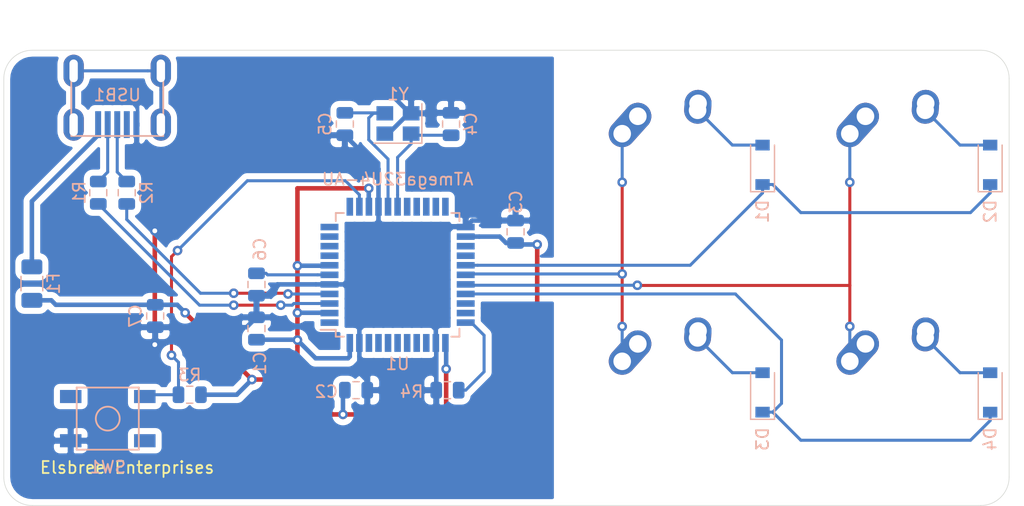
<source format=kicad_pcb>
(kicad_pcb (version 20171130) (host pcbnew "(5.1.4)-1")

  (general
    (thickness 1.6)
    (drawings 9)
    (tracks 230)
    (zones 0)
    (modules 24)
    (nets 45)
  )

  (page A4)
  (layers
    (0 F.Cu signal)
    (31 B.Cu signal)
    (32 B.Adhes user)
    (33 F.Adhes user)
    (34 B.Paste user)
    (35 F.Paste user)
    (36 B.SilkS user)
    (37 F.SilkS user)
    (38 B.Mask user)
    (39 F.Mask user)
    (40 Dwgs.User user)
    (41 Cmts.User user)
    (42 Eco1.User user)
    (43 Eco2.User user)
    (44 Edge.Cuts user)
    (45 Margin user)
    (46 B.CrtYd user)
    (47 F.CrtYd user)
    (48 B.Fab user)
    (49 F.Fab user)
  )

  (setup
    (last_trace_width 0.254)
    (trace_clearance 0.2)
    (zone_clearance 0.508)
    (zone_45_only no)
    (trace_min 0.2)
    (via_size 0.8)
    (via_drill 0.4)
    (via_min_size 0.4)
    (via_min_drill 0.3)
    (uvia_size 0.3)
    (uvia_drill 0.1)
    (uvias_allowed no)
    (uvia_min_size 0.2)
    (uvia_min_drill 0.1)
    (edge_width 0.05)
    (segment_width 0.2)
    (pcb_text_width 0.3)
    (pcb_text_size 1.5 1.5)
    (mod_edge_width 0.12)
    (mod_text_size 1 1)
    (mod_text_width 0.15)
    (pad_size 1.524 1.524)
    (pad_drill 0.762)
    (pad_to_mask_clearance 0.051)
    (solder_mask_min_width 0.25)
    (aux_axis_origin 0 0)
    (visible_elements 7FFFFFFF)
    (pcbplotparams
      (layerselection 0x010f0_ffffffff)
      (usegerberextensions false)
      (usegerberattributes false)
      (usegerberadvancedattributes false)
      (creategerberjobfile false)
      (excludeedgelayer true)
      (linewidth 0.100000)
      (plotframeref false)
      (viasonmask false)
      (mode 1)
      (useauxorigin false)
      (hpglpennumber 1)
      (hpglpenspeed 20)
      (hpglpendiameter 15.000000)
      (psnegative false)
      (psa4output false)
      (plotreference true)
      (plotvalue true)
      (plotinvisibletext false)
      (padsonsilk false)
      (subtractmaskfromsilk true)
      (outputformat 1)
      (mirror false)
      (drillshape 0)
      (scaleselection 1)
      (outputdirectory ""))
  )

  (net 0 "")
  (net 1 GND)
  (net 2 +5V)
  (net 3 "Net-(C4-Pad1)")
  (net 4 "Net-(C5-Pad1)")
  (net 5 "Net-(C6-Pad1)")
  (net 6 "Net-(D1-Pad2)")
  (net 7 ROW0)
  (net 8 "Net-(D2-Pad2)")
  (net 9 ROW1)
  (net 10 "Net-(D3-Pad2)")
  (net 11 "Net-(D4-Pad2)")
  (net 12 VCC)
  (net 13 COL0)
  (net 14 COL1)
  (net 15 D-)
  (net 16 "Net-(R1-Pad1)")
  (net 17 D+)
  (net 18 "Net-(R2-Pad1)")
  (net 19 "Net-(R3-Pad2)")
  (net 20 "Net-(R4-Pad2)")
  (net 21 "Net-(U1-Pad42)")
  (net 22 "Net-(U1-Pad41)")
  (net 23 "Net-(U1-Pad40)")
  (net 24 "Net-(U1-Pad39)")
  (net 25 "Net-(U1-Pad38)")
  (net 26 "Net-(U1-Pad37)")
  (net 27 "Net-(U1-Pad36)")
  (net 28 "Net-(U1-Pad32)")
  (net 29 "Net-(U1-Pad31)")
  (net 30 "Net-(U1-Pad26)")
  (net 31 "Net-(U1-Pad25)")
  (net 32 "Net-(U1-Pad22)")
  (net 33 "Net-(U1-Pad21)")
  (net 34 "Net-(U1-Pad20)")
  (net 35 "Net-(U1-Pad19)")
  (net 36 "Net-(U1-Pad18)")
  (net 37 "Net-(U1-Pad12)")
  (net 38 "Net-(U1-Pad11)")
  (net 39 "Net-(U1-Pad10)")
  (net 40 "Net-(U1-Pad9)")
  (net 41 "Net-(U1-Pad8)")
  (net 42 "Net-(U1-Pad1)")
  (net 43 "Net-(USB1-Pad6)")
  (net 44 "Net-(USB1-Pad2)")

  (net_class Default "This is the default net class."
    (clearance 0.2)
    (trace_width 0.254)
    (via_dia 0.8)
    (via_drill 0.4)
    (uvia_dia 0.3)
    (uvia_drill 0.1)
    (add_net COL0)
    (add_net COL1)
    (add_net D+)
    (add_net D-)
    (add_net "Net-(C4-Pad1)")
    (add_net "Net-(C5-Pad1)")
    (add_net "Net-(C6-Pad1)")
    (add_net "Net-(D1-Pad2)")
    (add_net "Net-(D2-Pad2)")
    (add_net "Net-(D3-Pad2)")
    (add_net "Net-(D4-Pad2)")
    (add_net "Net-(R1-Pad1)")
    (add_net "Net-(R2-Pad1)")
    (add_net "Net-(R3-Pad2)")
    (add_net "Net-(R4-Pad2)")
    (add_net "Net-(U1-Pad1)")
    (add_net "Net-(U1-Pad10)")
    (add_net "Net-(U1-Pad11)")
    (add_net "Net-(U1-Pad12)")
    (add_net "Net-(U1-Pad18)")
    (add_net "Net-(U1-Pad19)")
    (add_net "Net-(U1-Pad20)")
    (add_net "Net-(U1-Pad21)")
    (add_net "Net-(U1-Pad22)")
    (add_net "Net-(U1-Pad25)")
    (add_net "Net-(U1-Pad26)")
    (add_net "Net-(U1-Pad31)")
    (add_net "Net-(U1-Pad32)")
    (add_net "Net-(U1-Pad36)")
    (add_net "Net-(U1-Pad37)")
    (add_net "Net-(U1-Pad38)")
    (add_net "Net-(U1-Pad39)")
    (add_net "Net-(U1-Pad40)")
    (add_net "Net-(U1-Pad41)")
    (add_net "Net-(U1-Pad42)")
    (add_net "Net-(U1-Pad8)")
    (add_net "Net-(U1-Pad9)")
    (add_net "Net-(USB1-Pad2)")
    (add_net "Net-(USB1-Pad6)")
    (add_net ROW0)
    (add_net ROW1)
  )

  (net_class Power ""
    (clearance 0.2)
    (trace_width 0.381)
    (via_dia 0.8)
    (via_drill 0.4)
    (uvia_dia 0.3)
    (uvia_drill 0.1)
    (add_net +5V)
    (add_net GND)
    (add_net VCC)
  )

  (module Package_QFP:TQFP-44_10x10mm_P0.8mm (layer B.Cu) (tedit 5A02F146) (tstamp 5F2D5A5F)
    (at 66.294 66.421)
    (descr "44-Lead Plastic Thin Quad Flatpack (PT) - 10x10x1.0 mm Body [TQFP] (see Microchip Packaging Specification 00000049BS.pdf)")
    (tags "QFP 0.8")
    (path /5F2C7B8C)
    (attr smd)
    (fp_text reference U1 (at 0 7.45) (layer B.SilkS)
      (effects (font (size 1 1) (thickness 0.15)) (justify mirror))
    )
    (fp_text value ATmega32U4-AU (at 0 -8.001) (layer B.SilkS)
      (effects (font (size 1 1) (thickness 0.15)) (justify mirror))
    )
    (fp_line (start -5.175 4.6) (end -6.45 4.6) (layer B.SilkS) (width 0.15))
    (fp_line (start 5.175 5.175) (end 4.5 5.175) (layer B.SilkS) (width 0.15))
    (fp_line (start 5.175 -5.175) (end 4.5 -5.175) (layer B.SilkS) (width 0.15))
    (fp_line (start -5.175 -5.175) (end -4.5 -5.175) (layer B.SilkS) (width 0.15))
    (fp_line (start -5.175 5.175) (end -4.5 5.175) (layer B.SilkS) (width 0.15))
    (fp_line (start -5.175 -5.175) (end -5.175 -4.5) (layer B.SilkS) (width 0.15))
    (fp_line (start 5.175 -5.175) (end 5.175 -4.5) (layer B.SilkS) (width 0.15))
    (fp_line (start 5.175 5.175) (end 5.175 4.5) (layer B.SilkS) (width 0.15))
    (fp_line (start -5.175 5.175) (end -5.175 4.6) (layer B.SilkS) (width 0.15))
    (fp_line (start -6.7 -6.7) (end 6.7 -6.7) (layer B.CrtYd) (width 0.05))
    (fp_line (start -6.7 6.7) (end 6.7 6.7) (layer B.CrtYd) (width 0.05))
    (fp_line (start 6.7 6.7) (end 6.7 -6.7) (layer B.CrtYd) (width 0.05))
    (fp_line (start -6.7 6.7) (end -6.7 -6.7) (layer B.CrtYd) (width 0.05))
    (fp_line (start -5 4) (end -4 5) (layer B.Fab) (width 0.15))
    (fp_line (start -5 -5) (end -5 4) (layer B.Fab) (width 0.15))
    (fp_line (start 5 -5) (end -5 -5) (layer B.Fab) (width 0.15))
    (fp_line (start 5 5) (end 5 -5) (layer B.Fab) (width 0.15))
    (fp_line (start -4 5) (end 5 5) (layer B.Fab) (width 0.15))
    (fp_text user %R (at 0 0) (layer B.Fab)
      (effects (font (size 1 1) (thickness 0.15)) (justify mirror))
    )
    (pad 44 smd rect (at -4 5.7 270) (size 1.5 0.55) (layers B.Cu B.Paste B.Mask)
      (net 2 +5V))
    (pad 43 smd rect (at -3.2 5.7 270) (size 1.5 0.55) (layers B.Cu B.Paste B.Mask)
      (net 1 GND))
    (pad 42 smd rect (at -2.4 5.7 270) (size 1.5 0.55) (layers B.Cu B.Paste B.Mask)
      (net 21 "Net-(U1-Pad42)"))
    (pad 41 smd rect (at -1.6 5.7 270) (size 1.5 0.55) (layers B.Cu B.Paste B.Mask)
      (net 22 "Net-(U1-Pad41)"))
    (pad 40 smd rect (at -0.8 5.7 270) (size 1.5 0.55) (layers B.Cu B.Paste B.Mask)
      (net 23 "Net-(U1-Pad40)"))
    (pad 39 smd rect (at 0 5.7 270) (size 1.5 0.55) (layers B.Cu B.Paste B.Mask)
      (net 24 "Net-(U1-Pad39)"))
    (pad 38 smd rect (at 0.8 5.7 270) (size 1.5 0.55) (layers B.Cu B.Paste B.Mask)
      (net 25 "Net-(U1-Pad38)"))
    (pad 37 smd rect (at 1.6 5.7 270) (size 1.5 0.55) (layers B.Cu B.Paste B.Mask)
      (net 26 "Net-(U1-Pad37)"))
    (pad 36 smd rect (at 2.4 5.7 270) (size 1.5 0.55) (layers B.Cu B.Paste B.Mask)
      (net 27 "Net-(U1-Pad36)"))
    (pad 35 smd rect (at 3.2 5.7 270) (size 1.5 0.55) (layers B.Cu B.Paste B.Mask)
      (net 1 GND))
    (pad 34 smd rect (at 4 5.7 270) (size 1.5 0.55) (layers B.Cu B.Paste B.Mask)
      (net 2 +5V))
    (pad 33 smd rect (at 5.7 4) (size 1.5 0.55) (layers B.Cu B.Paste B.Mask)
      (net 20 "Net-(R4-Pad2)"))
    (pad 32 smd rect (at 5.7 3.2) (size 1.5 0.55) (layers B.Cu B.Paste B.Mask)
      (net 28 "Net-(U1-Pad32)"))
    (pad 31 smd rect (at 5.7 2.4) (size 1.5 0.55) (layers B.Cu B.Paste B.Mask)
      (net 29 "Net-(U1-Pad31)"))
    (pad 30 smd rect (at 5.7 1.6) (size 1.5 0.55) (layers B.Cu B.Paste B.Mask)
      (net 9 ROW1))
    (pad 29 smd rect (at 5.7 0.8) (size 1.5 0.55) (layers B.Cu B.Paste B.Mask)
      (net 14 COL1))
    (pad 28 smd rect (at 5.7 0) (size 1.5 0.55) (layers B.Cu B.Paste B.Mask)
      (net 13 COL0))
    (pad 27 smd rect (at 5.7 -0.8) (size 1.5 0.55) (layers B.Cu B.Paste B.Mask)
      (net 7 ROW0))
    (pad 26 smd rect (at 5.7 -1.6) (size 1.5 0.55) (layers B.Cu B.Paste B.Mask)
      (net 30 "Net-(U1-Pad26)"))
    (pad 25 smd rect (at 5.7 -2.4) (size 1.5 0.55) (layers B.Cu B.Paste B.Mask)
      (net 31 "Net-(U1-Pad25)"))
    (pad 24 smd rect (at 5.7 -3.2) (size 1.5 0.55) (layers B.Cu B.Paste B.Mask)
      (net 2 +5V))
    (pad 23 smd rect (at 5.7 -4) (size 1.5 0.55) (layers B.Cu B.Paste B.Mask)
      (net 1 GND))
    (pad 22 smd rect (at 4 -5.7 270) (size 1.5 0.55) (layers B.Cu B.Paste B.Mask)
      (net 32 "Net-(U1-Pad22)"))
    (pad 21 smd rect (at 3.2 -5.7 270) (size 1.5 0.55) (layers B.Cu B.Paste B.Mask)
      (net 33 "Net-(U1-Pad21)"))
    (pad 20 smd rect (at 2.4 -5.7 270) (size 1.5 0.55) (layers B.Cu B.Paste B.Mask)
      (net 34 "Net-(U1-Pad20)"))
    (pad 19 smd rect (at 1.6 -5.7 270) (size 1.5 0.55) (layers B.Cu B.Paste B.Mask)
      (net 35 "Net-(U1-Pad19)"))
    (pad 18 smd rect (at 0.8 -5.7 270) (size 1.5 0.55) (layers B.Cu B.Paste B.Mask)
      (net 36 "Net-(U1-Pad18)"))
    (pad 17 smd rect (at 0 -5.7 270) (size 1.5 0.55) (layers B.Cu B.Paste B.Mask)
      (net 3 "Net-(C4-Pad1)"))
    (pad 16 smd rect (at -0.8 -5.7 270) (size 1.5 0.55) (layers B.Cu B.Paste B.Mask)
      (net 4 "Net-(C5-Pad1)"))
    (pad 15 smd rect (at -1.6 -5.7 270) (size 1.5 0.55) (layers B.Cu B.Paste B.Mask)
      (net 1 GND))
    (pad 14 smd rect (at -2.4 -5.7 270) (size 1.5 0.55) (layers B.Cu B.Paste B.Mask)
      (net 2 +5V))
    (pad 13 smd rect (at -3.2 -5.7 270) (size 1.5 0.55) (layers B.Cu B.Paste B.Mask)
      (net 19 "Net-(R3-Pad2)"))
    (pad 12 smd rect (at -4 -5.7 270) (size 1.5 0.55) (layers B.Cu B.Paste B.Mask)
      (net 37 "Net-(U1-Pad12)"))
    (pad 11 smd rect (at -5.7 -4) (size 1.5 0.55) (layers B.Cu B.Paste B.Mask)
      (net 38 "Net-(U1-Pad11)"))
    (pad 10 smd rect (at -5.7 -3.2) (size 1.5 0.55) (layers B.Cu B.Paste B.Mask)
      (net 39 "Net-(U1-Pad10)"))
    (pad 9 smd rect (at -5.7 -2.4) (size 1.5 0.55) (layers B.Cu B.Paste B.Mask)
      (net 40 "Net-(U1-Pad9)"))
    (pad 8 smd rect (at -5.7 -1.6) (size 1.5 0.55) (layers B.Cu B.Paste B.Mask)
      (net 41 "Net-(U1-Pad8)"))
    (pad 7 smd rect (at -5.7 -0.8) (size 1.5 0.55) (layers B.Cu B.Paste B.Mask)
      (net 2 +5V))
    (pad 6 smd rect (at -5.7 0) (size 1.5 0.55) (layers B.Cu B.Paste B.Mask)
      (net 5 "Net-(C6-Pad1)"))
    (pad 5 smd rect (at -5.7 0.8) (size 1.5 0.55) (layers B.Cu B.Paste B.Mask)
      (net 1 GND))
    (pad 4 smd rect (at -5.7 1.6) (size 1.5 0.55) (layers B.Cu B.Paste B.Mask)
      (net 18 "Net-(R2-Pad1)"))
    (pad 3 smd rect (at -5.7 2.4) (size 1.5 0.55) (layers B.Cu B.Paste B.Mask)
      (net 16 "Net-(R1-Pad1)"))
    (pad 2 smd rect (at -5.7 3.2) (size 1.5 0.55) (layers B.Cu B.Paste B.Mask)
      (net 2 +5V))
    (pad 1 smd rect (at -5.7 4) (size 1.5 0.55) (layers B.Cu B.Paste B.Mask)
      (net 42 "Net-(U1-Pad1)"))
    (model ${KISYS3DMOD}/Package_QFP.3dshapes/TQFP-44_10x10mm_P0.8mm.wrl
      (at (xyz 0 0 0))
      (scale (xyz 1 1 1))
      (rotate (xyz 0 0 0))
    )
  )

  (module Crystal:Crystal_SMD_3225-4Pin_3.2x2.5mm (layer B.Cu) (tedit 5A0FD1B2) (tstamp 5F2D593A)
    (at 66.32575 53.75275 180)
    (descr "SMD Crystal SERIES SMD3225/4 http://www.txccrystal.com/images/pdf/7m-accuracy.pdf, 3.2x2.5mm^2 package")
    (tags "SMD SMT crystal")
    (path /5F2EEEAD)
    (attr smd)
    (fp_text reference Y1 (at 0 2.45) (layer B.SilkS)
      (effects (font (size 1 1) (thickness 0.15)) (justify mirror))
    )
    (fp_text value 10MHz (at 0 -2.45) (layer B.Fab)
      (effects (font (size 1 1) (thickness 0.15)) (justify mirror))
    )
    (fp_line (start 2.1 1.7) (end -2.1 1.7) (layer B.CrtYd) (width 0.05))
    (fp_line (start 2.1 -1.7) (end 2.1 1.7) (layer B.CrtYd) (width 0.05))
    (fp_line (start -2.1 -1.7) (end 2.1 -1.7) (layer B.CrtYd) (width 0.05))
    (fp_line (start -2.1 1.7) (end -2.1 -1.7) (layer B.CrtYd) (width 0.05))
    (fp_line (start -2 -1.65) (end 2 -1.65) (layer B.SilkS) (width 0.12))
    (fp_line (start -2 1.65) (end -2 -1.65) (layer B.SilkS) (width 0.12))
    (fp_line (start -1.6 -0.25) (end -0.6 -1.25) (layer B.Fab) (width 0.1))
    (fp_line (start 1.6 1.25) (end -1.6 1.25) (layer B.Fab) (width 0.1))
    (fp_line (start 1.6 -1.25) (end 1.6 1.25) (layer B.Fab) (width 0.1))
    (fp_line (start -1.6 -1.25) (end 1.6 -1.25) (layer B.Fab) (width 0.1))
    (fp_line (start -1.6 1.25) (end -1.6 -1.25) (layer B.Fab) (width 0.1))
    (fp_text user %R (at 0 0) (layer B.Fab)
      (effects (font (size 0.7 0.7) (thickness 0.105)) (justify mirror))
    )
    (pad 4 smd rect (at -1.1 0.85 180) (size 1.4 1.2) (layers B.Cu B.Paste B.Mask)
      (net 1 GND))
    (pad 3 smd rect (at 1.1 0.85 180) (size 1.4 1.2) (layers B.Cu B.Paste B.Mask)
      (net 4 "Net-(C5-Pad1)"))
    (pad 2 smd rect (at 1.1 -0.85 180) (size 1.4 1.2) (layers B.Cu B.Paste B.Mask)
      (net 1 GND))
    (pad 1 smd rect (at -1.1 -0.85 180) (size 1.4 1.2) (layers B.Cu B.Paste B.Mask)
      (net 3 "Net-(C4-Pad1)"))
    (model ${KISYS3DMOD}/Crystal.3dshapes/Crystal_SMD_3225-4Pin_3.2x2.5mm.wrl
      (at (xyz 0 0 0))
      (scale (xyz 1 1 1))
      (rotate (xyz 0 0 0))
    )
  )

  (module random-keyboard-parts:Molex-0548190589 (layer B.Cu) (tedit 5C494815) (tstamp 5F2D59DF)
    (at 42.83075 49.348 270)
    (path /5F318E9C)
    (attr smd)
    (fp_text reference USB1 (at 2.032 0 180) (layer B.SilkS)
      (effects (font (size 1 1) (thickness 0.15)) (justify mirror))
    )
    (fp_text value Molex-0548190589 (at -5.08 0 180) (layer Dwgs.User)
      (effects (font (size 1 1) (thickness 0.15)))
    )
    (fp_text user %R (at 2 0 180) (layer B.CrtYd)
      (effects (font (size 1 1) (thickness 0.15)) (justify mirror))
    )
    (fp_line (start 3.25 1.25) (end 5.5 1.25) (layer B.CrtYd) (width 0.15))
    (fp_line (start 5.5 0.5) (end 3.25 0.5) (layer B.CrtYd) (width 0.15))
    (fp_line (start 3.25 -0.5) (end 5.5 -0.5) (layer B.CrtYd) (width 0.15))
    (fp_line (start 5.5 -1.25) (end 3.25 -1.25) (layer B.CrtYd) (width 0.15))
    (fp_line (start 3.25 -2) (end 5.5 -2) (layer B.CrtYd) (width 0.15))
    (fp_line (start 3.25 2) (end 3.25 -2) (layer B.CrtYd) (width 0.15))
    (fp_line (start 5.5 2) (end 3.25 2) (layer B.CrtYd) (width 0.15))
    (fp_line (start -3.75 -3.75) (end -3.75 3.75) (layer B.CrtYd) (width 0.15))
    (fp_line (start 5.5 -3.75) (end -3.75 -3.75) (layer B.CrtYd) (width 0.15))
    (fp_line (start 5.5 3.75) (end 5.5 -3.75) (layer B.CrtYd) (width 0.15))
    (fp_line (start -3.75 3.75) (end 5.5 3.75) (layer B.CrtYd) (width 0.15))
    (fp_line (start 0 3.85) (end 5.45 3.85) (layer B.SilkS) (width 0.15))
    (fp_line (start 0 -3.85) (end 5.45 -3.85) (layer B.SilkS) (width 0.15))
    (fp_line (start 5.45 3.85) (end 5.45 -3.85) (layer B.SilkS) (width 0.15))
    (fp_line (start -3.75 3.85) (end 0 3.85) (layer Dwgs.User) (width 0.15))
    (fp_line (start -3.75 -3.85) (end 0 -3.85) (layer Dwgs.User) (width 0.15))
    (fp_line (start -1.75 4.572) (end -1.75 -4.572) (layer Dwgs.User) (width 0.15))
    (fp_line (start -3.75 3.85) (end -3.75 -3.85) (layer Dwgs.User) (width 0.15))
    (pad 6 thru_hole oval (at 0 3.65 270) (size 2.7 1.7) (drill oval 1.9 0.7) (layers *.Cu *.Mask)
      (net 43 "Net-(USB1-Pad6)"))
    (pad 6 thru_hole oval (at 0 -3.65 270) (size 2.7 1.7) (drill oval 1.9 0.7) (layers *.Cu *.Mask)
      (net 43 "Net-(USB1-Pad6)"))
    (pad 6 thru_hole oval (at 4.5 -3.65 270) (size 2.7 1.7) (drill oval 1.9 0.7) (layers *.Cu *.Mask)
      (net 43 "Net-(USB1-Pad6)"))
    (pad 6 thru_hole oval (at 4.5 3.65 270) (size 2.7 1.7) (drill oval 1.9 0.7) (layers *.Cu *.Mask)
      (net 43 "Net-(USB1-Pad6)"))
    (pad 5 smd rect (at 4.5 1.6 270) (size 2.25 0.5) (layers B.Cu B.Paste B.Mask)
      (net 12 VCC))
    (pad 4 smd rect (at 4.5 0.8 270) (size 2.25 0.5) (layers B.Cu B.Paste B.Mask)
      (net 15 D-))
    (pad 3 smd rect (at 4.5 0 270) (size 2.25 0.5) (layers B.Cu B.Paste B.Mask)
      (net 17 D+))
    (pad 2 smd rect (at 4.5 -0.8 270) (size 2.25 0.5) (layers B.Cu B.Paste B.Mask)
      (net 44 "Net-(USB1-Pad2)"))
    (pad 1 smd rect (at 4.5 -1.6 270) (size 2.25 0.5) (layers B.Cu B.Paste B.Mask)
      (net 1 GND))
  )

  (module random-keyboard-parts:SKQG-1155865 (layer B.Cu) (tedit 5E62B398) (tstamp 5F2D5B60)
    (at 42.037 78.45425 180)
    (path /5F309E66)
    (attr smd)
    (fp_text reference SW1 (at 0 -4.064) (layer B.SilkS)
      (effects (font (size 1 1) (thickness 0.15)) (justify mirror))
    )
    (fp_text value SW_Push (at 0 4.064) (layer B.Fab)
      (effects (font (size 1 1) (thickness 0.15)) (justify mirror))
    )
    (fp_line (start -2.6 2.6) (end 2.6 2.6) (layer B.SilkS) (width 0.15))
    (fp_line (start 2.6 2.6) (end 2.6 -2.6) (layer B.SilkS) (width 0.15))
    (fp_line (start 2.6 -2.6) (end -2.6 -2.6) (layer B.SilkS) (width 0.15))
    (fp_line (start -2.6 -2.6) (end -2.6 2.6) (layer B.SilkS) (width 0.15))
    (fp_circle (center 0 0) (end 1 0) (layer B.SilkS) (width 0.15))
    (fp_line (start -4.2 2.6) (end 4.2 2.6) (layer B.Fab) (width 0.15))
    (fp_line (start 4.2 2.6) (end 4.2 1.2) (layer B.Fab) (width 0.15))
    (fp_line (start 4.2 1.1) (end 2.6 1.1) (layer B.Fab) (width 0.15))
    (fp_line (start 2.6 1.1) (end 2.6 -1.1) (layer B.Fab) (width 0.15))
    (fp_line (start 2.6 -1.1) (end 4.2 -1.1) (layer B.Fab) (width 0.15))
    (fp_line (start 4.2 -1.1) (end 4.2 -2.6) (layer B.Fab) (width 0.15))
    (fp_line (start 4.2 -2.6) (end -4.2 -2.6) (layer B.Fab) (width 0.15))
    (fp_line (start -4.2 -2.6) (end -4.2 -1.1) (layer B.Fab) (width 0.15))
    (fp_line (start -4.2 -1.1) (end -2.6 -1.1) (layer B.Fab) (width 0.15))
    (fp_line (start -2.6 -1.1) (end -2.6 1.1) (layer B.Fab) (width 0.15))
    (fp_line (start -2.6 1.1) (end -4.2 1.1) (layer B.Fab) (width 0.15))
    (fp_line (start -4.2 1.1) (end -4.2 2.6) (layer B.Fab) (width 0.15))
    (fp_circle (center 0 0) (end 1 0) (layer B.Fab) (width 0.15))
    (fp_line (start -2.6 1.1) (end -1.1 2.6) (layer B.Fab) (width 0.15))
    (fp_line (start 2.6 1.1) (end 1.1 2.6) (layer B.Fab) (width 0.15))
    (fp_line (start 2.6 -1.1) (end 1.1 -2.6) (layer B.Fab) (width 0.15))
    (fp_line (start -2.6 -1.1) (end -1.1 -2.6) (layer B.Fab) (width 0.15))
    (pad 4 smd rect (at -3.1 -1.85 180) (size 1.8 1.1) (layers B.Cu B.Paste B.Mask))
    (pad 3 smd rect (at 3.1 1.85 180) (size 1.8 1.1) (layers B.Cu B.Paste B.Mask))
    (pad 2 smd rect (at -3.1 1.85 180) (size 1.8 1.1) (layers B.Cu B.Paste B.Mask)
      (net 19 "Net-(R3-Pad2)"))
    (pad 1 smd rect (at 3.1 -1.85 180) (size 1.8 1.1) (layers B.Cu B.Paste B.Mask)
      (net 1 GND))
    (model ${KISYS3DMOD}/Button_Switch_SMD.3dshapes/SW_SPST_TL3342.step
      (at (xyz 0 0 0))
      (scale (xyz 1 1 1))
      (rotate (xyz 0 0 0))
    )
  )

  (module Resistor_SMD:R_0805_2012Metric (layer B.Cu) (tedit 5B36C52B) (tstamp 5F2D5970)
    (at 70.46825 76.073)
    (descr "Resistor SMD 0805 (2012 Metric), square (rectangular) end terminal, IPC_7351 nominal, (Body size source: https://docs.google.com/spreadsheets/d/1BsfQQcO9C6DZCsRaXUlFlo91Tg2WpOkGARC1WS5S8t0/edit?usp=sharing), generated with kicad-footprint-generator")
    (tags resistor)
    (path /5F2DBE6A)
    (attr smd)
    (fp_text reference R4 (at -2.9995 0.127) (layer B.SilkS)
      (effects (font (size 1 1) (thickness 0.15)) (justify mirror))
    )
    (fp_text value 10k (at 0 -1.65) (layer B.Fab)
      (effects (font (size 1 1) (thickness 0.15)) (justify mirror))
    )
    (fp_text user %R (at 0 0) (layer B.Fab)
      (effects (font (size 0.5 0.5) (thickness 0.08)) (justify mirror))
    )
    (fp_line (start 1.68 -0.95) (end -1.68 -0.95) (layer B.CrtYd) (width 0.05))
    (fp_line (start 1.68 0.95) (end 1.68 -0.95) (layer B.CrtYd) (width 0.05))
    (fp_line (start -1.68 0.95) (end 1.68 0.95) (layer B.CrtYd) (width 0.05))
    (fp_line (start -1.68 -0.95) (end -1.68 0.95) (layer B.CrtYd) (width 0.05))
    (fp_line (start -0.258578 -0.71) (end 0.258578 -0.71) (layer B.SilkS) (width 0.12))
    (fp_line (start -0.258578 0.71) (end 0.258578 0.71) (layer B.SilkS) (width 0.12))
    (fp_line (start 1 -0.6) (end -1 -0.6) (layer B.Fab) (width 0.1))
    (fp_line (start 1 0.6) (end 1 -0.6) (layer B.Fab) (width 0.1))
    (fp_line (start -1 0.6) (end 1 0.6) (layer B.Fab) (width 0.1))
    (fp_line (start -1 -0.6) (end -1 0.6) (layer B.Fab) (width 0.1))
    (pad 2 smd roundrect (at 0.9375 0) (size 0.975 1.4) (layers B.Cu B.Paste B.Mask) (roundrect_rratio 0.25)
      (net 20 "Net-(R4-Pad2)"))
    (pad 1 smd roundrect (at -0.9375 0) (size 0.975 1.4) (layers B.Cu B.Paste B.Mask) (roundrect_rratio 0.25)
      (net 1 GND))
    (model ${KISYS3DMOD}/Resistor_SMD.3dshapes/R_0805_2012Metric.wrl
      (at (xyz 0 0 0))
      (scale (xyz 1 1 1))
      (rotate (xyz 0 0 0))
    )
  )

  (module Resistor_SMD:R_0805_2012Metric (layer B.Cu) (tedit 5B36C52B) (tstamp 5F2D5BAA)
    (at 48.895 76.454 180)
    (descr "Resistor SMD 0805 (2012 Metric), square (rectangular) end terminal, IPC_7351 nominal, (Body size source: https://docs.google.com/spreadsheets/d/1BsfQQcO9C6DZCsRaXUlFlo91Tg2WpOkGARC1WS5S8t0/edit?usp=sharing), generated with kicad-footprint-generator")
    (tags resistor)
    (path /5F30CCD6)
    (attr smd)
    (fp_text reference R3 (at 0 1.65) (layer B.SilkS)
      (effects (font (size 1 1) (thickness 0.15)) (justify mirror))
    )
    (fp_text value 10k (at 0 -1.65) (layer B.Fab)
      (effects (font (size 1 1) (thickness 0.15)) (justify mirror))
    )
    (fp_text user %R (at 0 0) (layer B.Fab)
      (effects (font (size 0.5 0.5) (thickness 0.08)) (justify mirror))
    )
    (fp_line (start 1.68 -0.95) (end -1.68 -0.95) (layer B.CrtYd) (width 0.05))
    (fp_line (start 1.68 0.95) (end 1.68 -0.95) (layer B.CrtYd) (width 0.05))
    (fp_line (start -1.68 0.95) (end 1.68 0.95) (layer B.CrtYd) (width 0.05))
    (fp_line (start -1.68 -0.95) (end -1.68 0.95) (layer B.CrtYd) (width 0.05))
    (fp_line (start -0.258578 -0.71) (end 0.258578 -0.71) (layer B.SilkS) (width 0.12))
    (fp_line (start -0.258578 0.71) (end 0.258578 0.71) (layer B.SilkS) (width 0.12))
    (fp_line (start 1 -0.6) (end -1 -0.6) (layer B.Fab) (width 0.1))
    (fp_line (start 1 0.6) (end 1 -0.6) (layer B.Fab) (width 0.1))
    (fp_line (start -1 0.6) (end 1 0.6) (layer B.Fab) (width 0.1))
    (fp_line (start -1 -0.6) (end -1 0.6) (layer B.Fab) (width 0.1))
    (pad 2 smd roundrect (at 0.9375 0 180) (size 0.975 1.4) (layers B.Cu B.Paste B.Mask) (roundrect_rratio 0.25)
      (net 19 "Net-(R3-Pad2)"))
    (pad 1 smd roundrect (at -0.9375 0 180) (size 0.975 1.4) (layers B.Cu B.Paste B.Mask) (roundrect_rratio 0.25)
      (net 2 +5V))
    (model ${KISYS3DMOD}/Resistor_SMD.3dshapes/R_0805_2012Metric.wrl
      (at (xyz 0 0 0))
      (scale (xyz 1 1 1))
      (rotate (xyz 0 0 0))
    )
  )

  (module Resistor_SMD:R_0805_2012Metric (layer B.Cu) (tedit 5B36C52B) (tstamp 5F2D5AF3)
    (at 43.6245 59.548 90)
    (descr "Resistor SMD 0805 (2012 Metric), square (rectangular) end terminal, IPC_7351 nominal, (Body size source: https://docs.google.com/spreadsheets/d/1BsfQQcO9C6DZCsRaXUlFlo91Tg2WpOkGARC1WS5S8t0/edit?usp=sharing), generated with kicad-footprint-generator")
    (tags resistor)
    (path /5F2E39D1)
    (attr smd)
    (fp_text reference R2 (at 0 1.65 90) (layer B.SilkS)
      (effects (font (size 1 1) (thickness 0.15)) (justify mirror))
    )
    (fp_text value 22 (at 0 -1.65 90) (layer B.Fab)
      (effects (font (size 1 1) (thickness 0.15)) (justify mirror))
    )
    (fp_text user %R (at 0 0 270) (layer B.Fab)
      (effects (font (size 0.5 0.5) (thickness 0.08)) (justify mirror))
    )
    (fp_line (start 1.68 -0.95) (end -1.68 -0.95) (layer B.CrtYd) (width 0.05))
    (fp_line (start 1.68 0.95) (end 1.68 -0.95) (layer B.CrtYd) (width 0.05))
    (fp_line (start -1.68 0.95) (end 1.68 0.95) (layer B.CrtYd) (width 0.05))
    (fp_line (start -1.68 -0.95) (end -1.68 0.95) (layer B.CrtYd) (width 0.05))
    (fp_line (start -0.258578 -0.71) (end 0.258578 -0.71) (layer B.SilkS) (width 0.12))
    (fp_line (start -0.258578 0.71) (end 0.258578 0.71) (layer B.SilkS) (width 0.12))
    (fp_line (start 1 -0.6) (end -1 -0.6) (layer B.Fab) (width 0.1))
    (fp_line (start 1 0.6) (end 1 -0.6) (layer B.Fab) (width 0.1))
    (fp_line (start -1 0.6) (end 1 0.6) (layer B.Fab) (width 0.1))
    (fp_line (start -1 -0.6) (end -1 0.6) (layer B.Fab) (width 0.1))
    (pad 2 smd roundrect (at 0.9375 0 90) (size 0.975 1.4) (layers B.Cu B.Paste B.Mask) (roundrect_rratio 0.25)
      (net 17 D+))
    (pad 1 smd roundrect (at -0.9375 0 90) (size 0.975 1.4) (layers B.Cu B.Paste B.Mask) (roundrect_rratio 0.25)
      (net 18 "Net-(R2-Pad1)"))
    (model ${KISYS3DMOD}/Resistor_SMD.3dshapes/R_0805_2012Metric.wrl
      (at (xyz 0 0 0))
      (scale (xyz 1 1 1))
      (rotate (xyz 0 0 0))
    )
  )

  (module Resistor_SMD:R_0805_2012Metric (layer B.Cu) (tedit 5B36C52B) (tstamp 5F2D59A0)
    (at 41.24325 59.548 90)
    (descr "Resistor SMD 0805 (2012 Metric), square (rectangular) end terminal, IPC_7351 nominal, (Body size source: https://docs.google.com/spreadsheets/d/1BsfQQcO9C6DZCsRaXUlFlo91Tg2WpOkGARC1WS5S8t0/edit?usp=sharing), generated with kicad-footprint-generator")
    (tags resistor)
    (path /5F2E3D0F)
    (attr smd)
    (fp_text reference R1 (at 0 -1.5875 90) (layer B.SilkS)
      (effects (font (size 1 1) (thickness 0.15)) (justify mirror))
    )
    (fp_text value 22 (at 0 -1.65 90) (layer B.Fab)
      (effects (font (size 1 1) (thickness 0.15)) (justify mirror))
    )
    (fp_text user %R (at 0 0 90) (layer B.Fab)
      (effects (font (size 0.5 0.5) (thickness 0.08)) (justify mirror))
    )
    (fp_line (start 1.68 -0.95) (end -1.68 -0.95) (layer B.CrtYd) (width 0.05))
    (fp_line (start 1.68 0.95) (end 1.68 -0.95) (layer B.CrtYd) (width 0.05))
    (fp_line (start -1.68 0.95) (end 1.68 0.95) (layer B.CrtYd) (width 0.05))
    (fp_line (start -1.68 -0.95) (end -1.68 0.95) (layer B.CrtYd) (width 0.05))
    (fp_line (start -0.258578 -0.71) (end 0.258578 -0.71) (layer B.SilkS) (width 0.12))
    (fp_line (start -0.258578 0.71) (end 0.258578 0.71) (layer B.SilkS) (width 0.12))
    (fp_line (start 1 -0.6) (end -1 -0.6) (layer B.Fab) (width 0.1))
    (fp_line (start 1 0.6) (end 1 -0.6) (layer B.Fab) (width 0.1))
    (fp_line (start -1 0.6) (end 1 0.6) (layer B.Fab) (width 0.1))
    (fp_line (start -1 -0.6) (end -1 0.6) (layer B.Fab) (width 0.1))
    (pad 2 smd roundrect (at 0.9375 0 90) (size 0.975 1.4) (layers B.Cu B.Paste B.Mask) (roundrect_rratio 0.25)
      (net 15 D-))
    (pad 1 smd roundrect (at -0.9375 0 90) (size 0.975 1.4) (layers B.Cu B.Paste B.Mask) (roundrect_rratio 0.25)
      (net 16 "Net-(R1-Pad1)"))
    (model ${KISYS3DMOD}/Resistor_SMD.3dshapes/R_0805_2012Metric.wrl
      (at (xyz 0 0 0))
      (scale (xyz 1 1 1))
      (rotate (xyz 0 0 0))
    )
  )

  (module MX_Alps_Hybrid:MX-1U-NoLED (layer F.Cu) (tedit 5A9F5203) (tstamp 5F2CD68B)
    (at 107.95 76.2)
    (path /5F334527)
    (fp_text reference MX4 (at 0 3.175) (layer Dwgs.User)
      (effects (font (size 1 1) (thickness 0.15)))
    )
    (fp_text value MX-NoLED (at 0 -7.9375) (layer Dwgs.User)
      (effects (font (size 1 1) (thickness 0.15)))
    )
    (fp_line (start -9.525 9.525) (end -9.525 -9.525) (layer Dwgs.User) (width 0.15))
    (fp_line (start 9.525 9.525) (end -9.525 9.525) (layer Dwgs.User) (width 0.15))
    (fp_line (start 9.525 -9.525) (end 9.525 9.525) (layer Dwgs.User) (width 0.15))
    (fp_line (start -9.525 -9.525) (end 9.525 -9.525) (layer Dwgs.User) (width 0.15))
    (fp_line (start -7 -7) (end -7 -5) (layer Dwgs.User) (width 0.15))
    (fp_line (start -5 -7) (end -7 -7) (layer Dwgs.User) (width 0.15))
    (fp_line (start -7 7) (end -5 7) (layer Dwgs.User) (width 0.15))
    (fp_line (start -7 5) (end -7 7) (layer Dwgs.User) (width 0.15))
    (fp_line (start 7 7) (end 7 5) (layer Dwgs.User) (width 0.15))
    (fp_line (start 5 7) (end 7 7) (layer Dwgs.User) (width 0.15))
    (fp_line (start 7 -7) (end 7 -5) (layer Dwgs.User) (width 0.15))
    (fp_line (start 5 -7) (end 7 -7) (layer Dwgs.User) (width 0.15))
    (pad "" np_thru_hole circle (at 5.08 0 48.0996) (size 1.75 1.75) (drill 1.75) (layers *.Cu *.Mask))
    (pad "" np_thru_hole circle (at -5.08 0 48.0996) (size 1.75 1.75) (drill 1.75) (layers *.Cu *.Mask))
    (pad 1 thru_hole circle (at -2.5 -4) (size 2.25 2.25) (drill 1.47) (layers *.Cu B.Mask)
      (net 14 COL1))
    (pad "" np_thru_hole circle (at 0 0) (size 3.9878 3.9878) (drill 3.9878) (layers *.Cu *.Mask))
    (pad 1 thru_hole oval (at -3.81 -2.54 48.0996) (size 4.211556 2.25) (drill 1.47 (offset 0.980778 0)) (layers *.Cu B.Mask)
      (net 14 COL1))
    (pad 2 thru_hole circle (at 2.54 -5.08) (size 2.25 2.25) (drill 1.47) (layers *.Cu B.Mask)
      (net 11 "Net-(D4-Pad2)"))
    (pad 2 thru_hole oval (at 2.5 -4.5 86.0548) (size 2.831378 2.25) (drill 1.47 (offset 0.290689 0)) (layers *.Cu B.Mask)
      (net 11 "Net-(D4-Pad2)"))
  )

  (module MX_Alps_Hybrid:MX-1U-NoLED (layer F.Cu) (tedit 5A9F5203) (tstamp 5F2CD674)
    (at 107.95 57.15)
    (path /5F32E5D2)
    (fp_text reference MX2 (at 0 3.175) (layer Dwgs.User)
      (effects (font (size 1 1) (thickness 0.15)))
    )
    (fp_text value MX-NoLED (at 0 -7.9375) (layer Dwgs.User)
      (effects (font (size 1 1) (thickness 0.15)))
    )
    (fp_line (start -9.525 9.525) (end -9.525 -9.525) (layer Dwgs.User) (width 0.15))
    (fp_line (start 9.525 9.525) (end -9.525 9.525) (layer Dwgs.User) (width 0.15))
    (fp_line (start 9.525 -9.525) (end 9.525 9.525) (layer Dwgs.User) (width 0.15))
    (fp_line (start -9.525 -9.525) (end 9.525 -9.525) (layer Dwgs.User) (width 0.15))
    (fp_line (start -7 -7) (end -7 -5) (layer Dwgs.User) (width 0.15))
    (fp_line (start -5 -7) (end -7 -7) (layer Dwgs.User) (width 0.15))
    (fp_line (start -7 7) (end -5 7) (layer Dwgs.User) (width 0.15))
    (fp_line (start -7 5) (end -7 7) (layer Dwgs.User) (width 0.15))
    (fp_line (start 7 7) (end 7 5) (layer Dwgs.User) (width 0.15))
    (fp_line (start 5 7) (end 7 7) (layer Dwgs.User) (width 0.15))
    (fp_line (start 7 -7) (end 7 -5) (layer Dwgs.User) (width 0.15))
    (fp_line (start 5 -7) (end 7 -7) (layer Dwgs.User) (width 0.15))
    (pad "" np_thru_hole circle (at 5.08 0 48.0996) (size 1.75 1.75) (drill 1.75) (layers *.Cu *.Mask))
    (pad "" np_thru_hole circle (at -5.08 0 48.0996) (size 1.75 1.75) (drill 1.75) (layers *.Cu *.Mask))
    (pad 1 thru_hole circle (at -2.5 -4) (size 2.25 2.25) (drill 1.47) (layers *.Cu B.Mask)
      (net 14 COL1))
    (pad "" np_thru_hole circle (at 0 0) (size 3.9878 3.9878) (drill 3.9878) (layers *.Cu *.Mask))
    (pad 1 thru_hole oval (at -3.81 -2.54 48.0996) (size 4.211556 2.25) (drill 1.47 (offset 0.980778 0)) (layers *.Cu B.Mask)
      (net 14 COL1))
    (pad 2 thru_hole circle (at 2.54 -5.08) (size 2.25 2.25) (drill 1.47) (layers *.Cu B.Mask)
      (net 8 "Net-(D2-Pad2)"))
    (pad 2 thru_hole oval (at 2.5 -4.5 86.0548) (size 2.831378 2.25) (drill 1.47 (offset 0.290689 0)) (layers *.Cu B.Mask)
      (net 8 "Net-(D2-Pad2)"))
  )

  (module MX_Alps_Hybrid:MX-1U-NoLED (layer F.Cu) (tedit 5A9F5203) (tstamp 5F2CD65D)
    (at 88.9 76.2)
    (path /5F332C02)
    (fp_text reference MX3 (at 0 3.175) (layer Dwgs.User)
      (effects (font (size 1 1) (thickness 0.15)))
    )
    (fp_text value MX-NoLED (at 0 -7.9375) (layer Dwgs.User)
      (effects (font (size 1 1) (thickness 0.15)))
    )
    (fp_line (start -9.525 9.525) (end -9.525 -9.525) (layer Dwgs.User) (width 0.15))
    (fp_line (start 9.525 9.525) (end -9.525 9.525) (layer Dwgs.User) (width 0.15))
    (fp_line (start 9.525 -9.525) (end 9.525 9.525) (layer Dwgs.User) (width 0.15))
    (fp_line (start -9.525 -9.525) (end 9.525 -9.525) (layer Dwgs.User) (width 0.15))
    (fp_line (start -7 -7) (end -7 -5) (layer Dwgs.User) (width 0.15))
    (fp_line (start -5 -7) (end -7 -7) (layer Dwgs.User) (width 0.15))
    (fp_line (start -7 7) (end -5 7) (layer Dwgs.User) (width 0.15))
    (fp_line (start -7 5) (end -7 7) (layer Dwgs.User) (width 0.15))
    (fp_line (start 7 7) (end 7 5) (layer Dwgs.User) (width 0.15))
    (fp_line (start 5 7) (end 7 7) (layer Dwgs.User) (width 0.15))
    (fp_line (start 7 -7) (end 7 -5) (layer Dwgs.User) (width 0.15))
    (fp_line (start 5 -7) (end 7 -7) (layer Dwgs.User) (width 0.15))
    (pad "" np_thru_hole circle (at 5.08 0 48.0996) (size 1.75 1.75) (drill 1.75) (layers *.Cu *.Mask))
    (pad "" np_thru_hole circle (at -5.08 0 48.0996) (size 1.75 1.75) (drill 1.75) (layers *.Cu *.Mask))
    (pad 1 thru_hole circle (at -2.5 -4) (size 2.25 2.25) (drill 1.47) (layers *.Cu B.Mask)
      (net 13 COL0))
    (pad "" np_thru_hole circle (at 0 0) (size 3.9878 3.9878) (drill 3.9878) (layers *.Cu *.Mask))
    (pad 1 thru_hole oval (at -3.81 -2.54 48.0996) (size 4.211556 2.25) (drill 1.47 (offset 0.980778 0)) (layers *.Cu B.Mask)
      (net 13 COL0))
    (pad 2 thru_hole circle (at 2.54 -5.08) (size 2.25 2.25) (drill 1.47) (layers *.Cu B.Mask)
      (net 10 "Net-(D3-Pad2)"))
    (pad 2 thru_hole oval (at 2.5 -4.5 86.0548) (size 2.831378 2.25) (drill 1.47 (offset 0.290689 0)) (layers *.Cu B.Mask)
      (net 10 "Net-(D3-Pad2)"))
  )

  (module MX_Alps_Hybrid:MX-1U-NoLED (layer F.Cu) (tedit 5A9F5203) (tstamp 5F2CD646)
    (at 88.9 57.15)
    (path /5F322BCA)
    (fp_text reference MX1 (at 0 3.175) (layer Dwgs.User)
      (effects (font (size 1 1) (thickness 0.15)))
    )
    (fp_text value MX-NoLED (at 0 -7.9375) (layer Dwgs.User)
      (effects (font (size 1 1) (thickness 0.15)))
    )
    (fp_line (start -9.525 9.525) (end -9.525 -9.525) (layer Dwgs.User) (width 0.15))
    (fp_line (start 9.525 9.525) (end -9.525 9.525) (layer Dwgs.User) (width 0.15))
    (fp_line (start 9.525 -9.525) (end 9.525 9.525) (layer Dwgs.User) (width 0.15))
    (fp_line (start -9.525 -9.525) (end 9.525 -9.525) (layer Dwgs.User) (width 0.15))
    (fp_line (start -7 -7) (end -7 -5) (layer Dwgs.User) (width 0.15))
    (fp_line (start -5 -7) (end -7 -7) (layer Dwgs.User) (width 0.15))
    (fp_line (start -7 7) (end -5 7) (layer Dwgs.User) (width 0.15))
    (fp_line (start -7 5) (end -7 7) (layer Dwgs.User) (width 0.15))
    (fp_line (start 7 7) (end 7 5) (layer Dwgs.User) (width 0.15))
    (fp_line (start 5 7) (end 7 7) (layer Dwgs.User) (width 0.15))
    (fp_line (start 7 -7) (end 7 -5) (layer Dwgs.User) (width 0.15))
    (fp_line (start 5 -7) (end 7 -7) (layer Dwgs.User) (width 0.15))
    (pad "" np_thru_hole circle (at 5.08 0 48.0996) (size 1.75 1.75) (drill 1.75) (layers *.Cu *.Mask))
    (pad "" np_thru_hole circle (at -5.08 0 48.0996) (size 1.75 1.75) (drill 1.75) (layers *.Cu *.Mask))
    (pad 1 thru_hole circle (at -2.5 -4) (size 2.25 2.25) (drill 1.47) (layers *.Cu B.Mask)
      (net 13 COL0))
    (pad "" np_thru_hole circle (at 0 0) (size 3.9878 3.9878) (drill 3.9878) (layers *.Cu *.Mask))
    (pad 1 thru_hole oval (at -3.81 -2.54 48.0996) (size 4.211556 2.25) (drill 1.47 (offset 0.980778 0)) (layers *.Cu B.Mask)
      (net 13 COL0))
    (pad 2 thru_hole circle (at 2.54 -5.08) (size 2.25 2.25) (drill 1.47) (layers *.Cu B.Mask)
      (net 6 "Net-(D1-Pad2)"))
    (pad 2 thru_hole oval (at 2.5 -4.5 86.0548) (size 2.831378 2.25) (drill 1.47 (offset 0.290689 0)) (layers *.Cu B.Mask)
      (net 6 "Net-(D1-Pad2)"))
  )

  (module Fuse:Fuse_1206_3216Metric (layer B.Cu) (tedit 5B301BBE) (tstamp 5F2D5BDA)
    (at 35.687 67.15425 90)
    (descr "Fuse SMD 1206 (3216 Metric), square (rectangular) end terminal, IPC_7351 nominal, (Body size source: http://www.tortai-tech.com/upload/download/2011102023233369053.pdf), generated with kicad-footprint-generator")
    (tags resistor)
    (path /5F319576)
    (attr smd)
    (fp_text reference F1 (at 0 1.82 90) (layer B.SilkS)
      (effects (font (size 1 1) (thickness 0.15)) (justify mirror))
    )
    (fp_text value 500mA (at 0 -1.82 90) (layer B.Fab)
      (effects (font (size 1 1) (thickness 0.15)) (justify mirror))
    )
    (fp_text user %R (at 0 0 90) (layer B.Fab)
      (effects (font (size 0.8 0.8) (thickness 0.12)) (justify mirror))
    )
    (fp_line (start 2.28 -1.12) (end -2.28 -1.12) (layer B.CrtYd) (width 0.05))
    (fp_line (start 2.28 1.12) (end 2.28 -1.12) (layer B.CrtYd) (width 0.05))
    (fp_line (start -2.28 1.12) (end 2.28 1.12) (layer B.CrtYd) (width 0.05))
    (fp_line (start -2.28 -1.12) (end -2.28 1.12) (layer B.CrtYd) (width 0.05))
    (fp_line (start -0.602064 -0.91) (end 0.602064 -0.91) (layer B.SilkS) (width 0.12))
    (fp_line (start -0.602064 0.91) (end 0.602064 0.91) (layer B.SilkS) (width 0.12))
    (fp_line (start 1.6 -0.8) (end -1.6 -0.8) (layer B.Fab) (width 0.1))
    (fp_line (start 1.6 0.8) (end 1.6 -0.8) (layer B.Fab) (width 0.1))
    (fp_line (start -1.6 0.8) (end 1.6 0.8) (layer B.Fab) (width 0.1))
    (fp_line (start -1.6 -0.8) (end -1.6 0.8) (layer B.Fab) (width 0.1))
    (pad 2 smd roundrect (at 1.4 0 90) (size 1.25 1.75) (layers B.Cu B.Paste B.Mask) (roundrect_rratio 0.2)
      (net 12 VCC))
    (pad 1 smd roundrect (at -1.4 0 90) (size 1.25 1.75) (layers B.Cu B.Paste B.Mask) (roundrect_rratio 0.2)
      (net 2 +5V))
    (model ${KISYS3DMOD}/Fuse.3dshapes/Fuse_1206_3216Metric.wrl
      (at (xyz 0 0 0))
      (scale (xyz 1 1 1))
      (rotate (xyz 0 0 0))
    )
  )

  (module Diode_SMD:D_SOD-123 (layer B.Cu) (tedit 58645DC7) (tstamp 5F2CD61E)
    (at 115.8875 76.2625 90)
    (descr SOD-123)
    (tags SOD-123)
    (path /5F334E42)
    (attr smd)
    (fp_text reference D4 (at -3.90625 0 90) (layer B.SilkS)
      (effects (font (size 1 1) (thickness 0.15)) (justify mirror))
    )
    (fp_text value D_Small (at 0 -2.1 90) (layer B.Fab)
      (effects (font (size 1 1) (thickness 0.15)) (justify mirror))
    )
    (fp_line (start -2.25 1) (end 1.65 1) (layer B.SilkS) (width 0.12))
    (fp_line (start -2.25 -1) (end 1.65 -1) (layer B.SilkS) (width 0.12))
    (fp_line (start -2.35 1.15) (end -2.35 -1.15) (layer B.CrtYd) (width 0.05))
    (fp_line (start 2.35 -1.15) (end -2.35 -1.15) (layer B.CrtYd) (width 0.05))
    (fp_line (start 2.35 1.15) (end 2.35 -1.15) (layer B.CrtYd) (width 0.05))
    (fp_line (start -2.35 1.15) (end 2.35 1.15) (layer B.CrtYd) (width 0.05))
    (fp_line (start -1.4 0.9) (end 1.4 0.9) (layer B.Fab) (width 0.1))
    (fp_line (start 1.4 0.9) (end 1.4 -0.9) (layer B.Fab) (width 0.1))
    (fp_line (start 1.4 -0.9) (end -1.4 -0.9) (layer B.Fab) (width 0.1))
    (fp_line (start -1.4 -0.9) (end -1.4 0.9) (layer B.Fab) (width 0.1))
    (fp_line (start -0.75 0) (end -0.35 0) (layer B.Fab) (width 0.1))
    (fp_line (start -0.35 0) (end -0.35 0.55) (layer B.Fab) (width 0.1))
    (fp_line (start -0.35 0) (end -0.35 -0.55) (layer B.Fab) (width 0.1))
    (fp_line (start -0.35 0) (end 0.25 0.4) (layer B.Fab) (width 0.1))
    (fp_line (start 0.25 0.4) (end 0.25 -0.4) (layer B.Fab) (width 0.1))
    (fp_line (start 0.25 -0.4) (end -0.35 0) (layer B.Fab) (width 0.1))
    (fp_line (start 0.25 0) (end 0.75 0) (layer B.Fab) (width 0.1))
    (fp_line (start -2.25 1) (end -2.25 -1) (layer B.SilkS) (width 0.12))
    (fp_text user %R (at 0 2 90) (layer B.Fab)
      (effects (font (size 1 1) (thickness 0.15)) (justify mirror))
    )
    (pad 2 smd rect (at 1.65 0 90) (size 0.9 1.2) (layers B.Cu B.Paste B.Mask)
      (net 11 "Net-(D4-Pad2)"))
    (pad 1 smd rect (at -1.65 0 90) (size 0.9 1.2) (layers B.Cu B.Paste B.Mask)
      (net 9 ROW1))
    (model ${KISYS3DMOD}/Diode_SMD.3dshapes/D_SOD-123.wrl
      (at (xyz 0 0 0))
      (scale (xyz 1 1 1))
      (rotate (xyz 0 0 0))
    )
  )

  (module Diode_SMD:D_SOD-123 (layer B.Cu) (tedit 58645DC7) (tstamp 5F2CD605)
    (at 115.8875 57.2125 90)
    (descr SOD-123)
    (tags SOD-123)
    (path /5F32F703)
    (attr smd)
    (fp_text reference D2 (at -3.90625 0 90) (layer B.SilkS)
      (effects (font (size 1 1) (thickness 0.15)) (justify mirror))
    )
    (fp_text value D_Small (at 0 -2.1 90) (layer B.Fab)
      (effects (font (size 1 1) (thickness 0.15)) (justify mirror))
    )
    (fp_line (start -2.25 1) (end 1.65 1) (layer B.SilkS) (width 0.12))
    (fp_line (start -2.25 -1) (end 1.65 -1) (layer B.SilkS) (width 0.12))
    (fp_line (start -2.35 1.15) (end -2.35 -1.15) (layer B.CrtYd) (width 0.05))
    (fp_line (start 2.35 -1.15) (end -2.35 -1.15) (layer B.CrtYd) (width 0.05))
    (fp_line (start 2.35 1.15) (end 2.35 -1.15) (layer B.CrtYd) (width 0.05))
    (fp_line (start -2.35 1.15) (end 2.35 1.15) (layer B.CrtYd) (width 0.05))
    (fp_line (start -1.4 0.9) (end 1.4 0.9) (layer B.Fab) (width 0.1))
    (fp_line (start 1.4 0.9) (end 1.4 -0.9) (layer B.Fab) (width 0.1))
    (fp_line (start 1.4 -0.9) (end -1.4 -0.9) (layer B.Fab) (width 0.1))
    (fp_line (start -1.4 -0.9) (end -1.4 0.9) (layer B.Fab) (width 0.1))
    (fp_line (start -0.75 0) (end -0.35 0) (layer B.Fab) (width 0.1))
    (fp_line (start -0.35 0) (end -0.35 0.55) (layer B.Fab) (width 0.1))
    (fp_line (start -0.35 0) (end -0.35 -0.55) (layer B.Fab) (width 0.1))
    (fp_line (start -0.35 0) (end 0.25 0.4) (layer B.Fab) (width 0.1))
    (fp_line (start 0.25 0.4) (end 0.25 -0.4) (layer B.Fab) (width 0.1))
    (fp_line (start 0.25 -0.4) (end -0.35 0) (layer B.Fab) (width 0.1))
    (fp_line (start 0.25 0) (end 0.75 0) (layer B.Fab) (width 0.1))
    (fp_line (start -2.25 1) (end -2.25 -1) (layer B.SilkS) (width 0.12))
    (fp_text user %R (at 0 2 90) (layer B.Fab)
      (effects (font (size 1 1) (thickness 0.15)) (justify mirror))
    )
    (pad 2 smd rect (at 1.65 0 90) (size 0.9 1.2) (layers B.Cu B.Paste B.Mask)
      (net 8 "Net-(D2-Pad2)"))
    (pad 1 smd rect (at -1.65 0 90) (size 0.9 1.2) (layers B.Cu B.Paste B.Mask)
      (net 7 ROW0))
    (model ${KISYS3DMOD}/Diode_SMD.3dshapes/D_SOD-123.wrl
      (at (xyz 0 0 0))
      (scale (xyz 1 1 1))
      (rotate (xyz 0 0 0))
    )
  )

  (module Diode_SMD:D_SOD-123 (layer B.Cu) (tedit 58645DC7) (tstamp 5F2CD5EC)
    (at 96.8375 76.2625 90)
    (descr SOD-123)
    (tags SOD-123)
    (path /5F333941)
    (attr smd)
    (fp_text reference D3 (at -3.90625 0 90) (layer B.SilkS)
      (effects (font (size 1 1) (thickness 0.15)) (justify mirror))
    )
    (fp_text value D_Small (at 0 -2.1 90) (layer B.Fab)
      (effects (font (size 1 1) (thickness 0.15)) (justify mirror))
    )
    (fp_line (start -2.25 1) (end 1.65 1) (layer B.SilkS) (width 0.12))
    (fp_line (start -2.25 -1) (end 1.65 -1) (layer B.SilkS) (width 0.12))
    (fp_line (start -2.35 1.15) (end -2.35 -1.15) (layer B.CrtYd) (width 0.05))
    (fp_line (start 2.35 -1.15) (end -2.35 -1.15) (layer B.CrtYd) (width 0.05))
    (fp_line (start 2.35 1.15) (end 2.35 -1.15) (layer B.CrtYd) (width 0.05))
    (fp_line (start -2.35 1.15) (end 2.35 1.15) (layer B.CrtYd) (width 0.05))
    (fp_line (start -1.4 0.9) (end 1.4 0.9) (layer B.Fab) (width 0.1))
    (fp_line (start 1.4 0.9) (end 1.4 -0.9) (layer B.Fab) (width 0.1))
    (fp_line (start 1.4 -0.9) (end -1.4 -0.9) (layer B.Fab) (width 0.1))
    (fp_line (start -1.4 -0.9) (end -1.4 0.9) (layer B.Fab) (width 0.1))
    (fp_line (start -0.75 0) (end -0.35 0) (layer B.Fab) (width 0.1))
    (fp_line (start -0.35 0) (end -0.35 0.55) (layer B.Fab) (width 0.1))
    (fp_line (start -0.35 0) (end -0.35 -0.55) (layer B.Fab) (width 0.1))
    (fp_line (start -0.35 0) (end 0.25 0.4) (layer B.Fab) (width 0.1))
    (fp_line (start 0.25 0.4) (end 0.25 -0.4) (layer B.Fab) (width 0.1))
    (fp_line (start 0.25 -0.4) (end -0.35 0) (layer B.Fab) (width 0.1))
    (fp_line (start 0.25 0) (end 0.75 0) (layer B.Fab) (width 0.1))
    (fp_line (start -2.25 1) (end -2.25 -1) (layer B.SilkS) (width 0.12))
    (fp_text user %R (at 0 2 90) (layer B.Fab)
      (effects (font (size 1 1) (thickness 0.15)) (justify mirror))
    )
    (pad 2 smd rect (at 1.65 0 90) (size 0.9 1.2) (layers B.Cu B.Paste B.Mask)
      (net 10 "Net-(D3-Pad2)"))
    (pad 1 smd rect (at -1.65 0 90) (size 0.9 1.2) (layers B.Cu B.Paste B.Mask)
      (net 9 ROW1))
    (model ${KISYS3DMOD}/Diode_SMD.3dshapes/D_SOD-123.wrl
      (at (xyz 0 0 0))
      (scale (xyz 1 1 1))
      (rotate (xyz 0 0 0))
    )
  )

  (module Diode_SMD:D_SOD-123 (layer B.Cu) (tedit 58645DC7) (tstamp 5F2CD5D3)
    (at 96.8375 57.2125 90)
    (descr SOD-123)
    (tags SOD-123)
    (path /5F324743)
    (attr smd)
    (fp_text reference D1 (at -3.90625 0 90) (layer B.SilkS)
      (effects (font (size 1 1) (thickness 0.15)) (justify mirror))
    )
    (fp_text value D_Small (at 0 -2.1 90) (layer B.Fab)
      (effects (font (size 1 1) (thickness 0.15)) (justify mirror))
    )
    (fp_line (start -2.25 1) (end 1.65 1) (layer B.SilkS) (width 0.12))
    (fp_line (start -2.25 -1) (end 1.65 -1) (layer B.SilkS) (width 0.12))
    (fp_line (start -2.35 1.15) (end -2.35 -1.15) (layer B.CrtYd) (width 0.05))
    (fp_line (start 2.35 -1.15) (end -2.35 -1.15) (layer B.CrtYd) (width 0.05))
    (fp_line (start 2.35 1.15) (end 2.35 -1.15) (layer B.CrtYd) (width 0.05))
    (fp_line (start -2.35 1.15) (end 2.35 1.15) (layer B.CrtYd) (width 0.05))
    (fp_line (start -1.4 0.9) (end 1.4 0.9) (layer B.Fab) (width 0.1))
    (fp_line (start 1.4 0.9) (end 1.4 -0.9) (layer B.Fab) (width 0.1))
    (fp_line (start 1.4 -0.9) (end -1.4 -0.9) (layer B.Fab) (width 0.1))
    (fp_line (start -1.4 -0.9) (end -1.4 0.9) (layer B.Fab) (width 0.1))
    (fp_line (start -0.75 0) (end -0.35 0) (layer B.Fab) (width 0.1))
    (fp_line (start -0.35 0) (end -0.35 0.55) (layer B.Fab) (width 0.1))
    (fp_line (start -0.35 0) (end -0.35 -0.55) (layer B.Fab) (width 0.1))
    (fp_line (start -0.35 0) (end 0.25 0.4) (layer B.Fab) (width 0.1))
    (fp_line (start 0.25 0.4) (end 0.25 -0.4) (layer B.Fab) (width 0.1))
    (fp_line (start 0.25 -0.4) (end -0.35 0) (layer B.Fab) (width 0.1))
    (fp_line (start 0.25 0) (end 0.75 0) (layer B.Fab) (width 0.1))
    (fp_line (start -2.25 1) (end -2.25 -1) (layer B.SilkS) (width 0.12))
    (fp_text user %R (at 0 2 90) (layer B.Fab)
      (effects (font (size 1 1) (thickness 0.15)) (justify mirror))
    )
    (pad 2 smd rect (at 1.65 0 90) (size 0.9 1.2) (layers B.Cu B.Paste B.Mask)
      (net 6 "Net-(D1-Pad2)"))
    (pad 1 smd rect (at -1.65 0 90) (size 0.9 1.2) (layers B.Cu B.Paste B.Mask)
      (net 7 ROW0))
    (model ${KISYS3DMOD}/Diode_SMD.3dshapes/D_SOD-123.wrl
      (at (xyz 0 0 0))
      (scale (xyz 1 1 1))
      (rotate (xyz 0 0 0))
    )
  )

  (module Capacitor_SMD:C_0805_2012Metric (layer B.Cu) (tedit 5B36C52B) (tstamp 5F2D5B23)
    (at 46.00575 69.86675 270)
    (descr "Capacitor SMD 0805 (2012 Metric), square (rectangular) end terminal, IPC_7351 nominal, (Body size source: https://docs.google.com/spreadsheets/d/1BsfQQcO9C6DZCsRaXUlFlo91Tg2WpOkGARC1WS5S8t0/edit?usp=sharing), generated with kicad-footprint-generator")
    (tags capacitor)
    (path /5F2EA732)
    (attr smd)
    (fp_text reference C7 (at 0 1.65 90) (layer B.SilkS)
      (effects (font (size 1 1) (thickness 0.15)) (justify mirror))
    )
    (fp_text value 10uF (at 0 -1.65 90) (layer B.Fab)
      (effects (font (size 1 1) (thickness 0.15)) (justify mirror))
    )
    (fp_line (start -1 -0.6) (end -1 0.6) (layer B.Fab) (width 0.1))
    (fp_line (start -1 0.6) (end 1 0.6) (layer B.Fab) (width 0.1))
    (fp_line (start 1 0.6) (end 1 -0.6) (layer B.Fab) (width 0.1))
    (fp_line (start 1 -0.6) (end -1 -0.6) (layer B.Fab) (width 0.1))
    (fp_line (start -0.258578 0.71) (end 0.258578 0.71) (layer B.SilkS) (width 0.12))
    (fp_line (start -0.258578 -0.71) (end 0.258578 -0.71) (layer B.SilkS) (width 0.12))
    (fp_line (start -1.68 -0.95) (end -1.68 0.95) (layer B.CrtYd) (width 0.05))
    (fp_line (start -1.68 0.95) (end 1.68 0.95) (layer B.CrtYd) (width 0.05))
    (fp_line (start 1.68 0.95) (end 1.68 -0.95) (layer B.CrtYd) (width 0.05))
    (fp_line (start 1.68 -0.95) (end -1.68 -0.95) (layer B.CrtYd) (width 0.05))
    (fp_text user %R (at 0 0 90) (layer B.Fab)
      (effects (font (size 0.5 0.5) (thickness 0.08)) (justify mirror))
    )
    (pad 1 smd roundrect (at -0.9375 0 270) (size 0.975 1.4) (layers B.Cu B.Paste B.Mask) (roundrect_rratio 0.25)
      (net 2 +5V))
    (pad 2 smd roundrect (at 0.9375 0 270) (size 0.975 1.4) (layers B.Cu B.Paste B.Mask) (roundrect_rratio 0.25)
      (net 1 GND))
    (model ${KISYS3DMOD}/Capacitor_SMD.3dshapes/C_0805_2012Metric.wrl
      (at (xyz 0 0 0))
      (scale (xyz 1 1 1))
      (rotate (xyz 0 0 0))
    )
  )

  (module Capacitor_SMD:C_0805_2012Metric (layer B.Cu) (tedit 5B36C52B) (tstamp 5F2D5C0A)
    (at 54.483 67.2315 270)
    (descr "Capacitor SMD 0805 (2012 Metric), square (rectangular) end terminal, IPC_7351 nominal, (Body size source: https://docs.google.com/spreadsheets/d/1BsfQQcO9C6DZCsRaXUlFlo91Tg2WpOkGARC1WS5S8t0/edit?usp=sharing), generated with kicad-footprint-generator")
    (tags capacitor)
    (path /5F2E6996)
    (attr smd)
    (fp_text reference C6 (at -2.93775 -0.28575 90) (layer B.SilkS)
      (effects (font (size 1 1) (thickness 0.15)) (justify mirror))
    )
    (fp_text value 1uF (at 0 -1.65 90) (layer B.Fab)
      (effects (font (size 1 1) (thickness 0.15)) (justify mirror))
    )
    (fp_text user %R (at 0 0 90) (layer B.Fab)
      (effects (font (size 0.5 0.5) (thickness 0.08)) (justify mirror))
    )
    (fp_line (start 1.68 -0.95) (end -1.68 -0.95) (layer B.CrtYd) (width 0.05))
    (fp_line (start 1.68 0.95) (end 1.68 -0.95) (layer B.CrtYd) (width 0.05))
    (fp_line (start -1.68 0.95) (end 1.68 0.95) (layer B.CrtYd) (width 0.05))
    (fp_line (start -1.68 -0.95) (end -1.68 0.95) (layer B.CrtYd) (width 0.05))
    (fp_line (start -0.258578 -0.71) (end 0.258578 -0.71) (layer B.SilkS) (width 0.12))
    (fp_line (start -0.258578 0.71) (end 0.258578 0.71) (layer B.SilkS) (width 0.12))
    (fp_line (start 1 -0.6) (end -1 -0.6) (layer B.Fab) (width 0.1))
    (fp_line (start 1 0.6) (end 1 -0.6) (layer B.Fab) (width 0.1))
    (fp_line (start -1 0.6) (end 1 0.6) (layer B.Fab) (width 0.1))
    (fp_line (start -1 -0.6) (end -1 0.6) (layer B.Fab) (width 0.1))
    (pad 2 smd roundrect (at 0.9375 0 270) (size 0.975 1.4) (layers B.Cu B.Paste B.Mask) (roundrect_rratio 0.25)
      (net 1 GND))
    (pad 1 smd roundrect (at -0.9375 0 270) (size 0.975 1.4) (layers B.Cu B.Paste B.Mask) (roundrect_rratio 0.25)
      (net 5 "Net-(C6-Pad1)"))
    (model ${KISYS3DMOD}/Capacitor_SMD.3dshapes/C_0805_2012Metric.wrl
      (at (xyz 0 0 0))
      (scale (xyz 1 1 1))
      (rotate (xyz 0 0 0))
    )
  )

  (module Capacitor_SMD:C_0805_2012Metric (layer B.Cu) (tedit 5B36C52B) (tstamp 5F2D5C3A)
    (at 61.88075 53.80125 270)
    (descr "Capacitor SMD 0805 (2012 Metric), square (rectangular) end terminal, IPC_7351 nominal, (Body size source: https://docs.google.com/spreadsheets/d/1BsfQQcO9C6DZCsRaXUlFlo91Tg2WpOkGARC1WS5S8t0/edit?usp=sharing), generated with kicad-footprint-generator")
    (tags capacitor)
    (path /5F2F9122)
    (attr smd)
    (fp_text reference C5 (at 0 1.65 90) (layer B.SilkS)
      (effects (font (size 1 1) (thickness 0.15)) (justify mirror))
    )
    (fp_text value 22pF (at 0 -1.65 90) (layer B.Fab)
      (effects (font (size 1 1) (thickness 0.15)) (justify mirror))
    )
    (fp_text user %R (at 0 0 90) (layer B.Fab)
      (effects (font (size 0.5 0.5) (thickness 0.08)) (justify mirror))
    )
    (fp_line (start 1.68 -0.95) (end -1.68 -0.95) (layer B.CrtYd) (width 0.05))
    (fp_line (start 1.68 0.95) (end 1.68 -0.95) (layer B.CrtYd) (width 0.05))
    (fp_line (start -1.68 0.95) (end 1.68 0.95) (layer B.CrtYd) (width 0.05))
    (fp_line (start -1.68 -0.95) (end -1.68 0.95) (layer B.CrtYd) (width 0.05))
    (fp_line (start -0.258578 -0.71) (end 0.258578 -0.71) (layer B.SilkS) (width 0.12))
    (fp_line (start -0.258578 0.71) (end 0.258578 0.71) (layer B.SilkS) (width 0.12))
    (fp_line (start 1 -0.6) (end -1 -0.6) (layer B.Fab) (width 0.1))
    (fp_line (start 1 0.6) (end 1 -0.6) (layer B.Fab) (width 0.1))
    (fp_line (start -1 0.6) (end 1 0.6) (layer B.Fab) (width 0.1))
    (fp_line (start -1 -0.6) (end -1 0.6) (layer B.Fab) (width 0.1))
    (pad 2 smd roundrect (at 0.9375 0 270) (size 0.975 1.4) (layers B.Cu B.Paste B.Mask) (roundrect_rratio 0.25)
      (net 1 GND))
    (pad 1 smd roundrect (at -0.9375 0 270) (size 0.975 1.4) (layers B.Cu B.Paste B.Mask) (roundrect_rratio 0.25)
      (net 4 "Net-(C5-Pad1)"))
    (model ${KISYS3DMOD}/Capacitor_SMD.3dshapes/C_0805_2012Metric.wrl
      (at (xyz 0 0 0))
      (scale (xyz 1 1 1))
      (rotate (xyz 0 0 0))
    )
  )

  (module Capacitor_SMD:C_0805_2012Metric (layer B.Cu) (tedit 5B36C52B) (tstamp 5F2D5907)
    (at 70.77075 53.80125 90)
    (descr "Capacitor SMD 0805 (2012 Metric), square (rectangular) end terminal, IPC_7351 nominal, (Body size source: https://docs.google.com/spreadsheets/d/1BsfQQcO9C6DZCsRaXUlFlo91Tg2WpOkGARC1WS5S8t0/edit?usp=sharing), generated with kicad-footprint-generator")
    (tags capacitor)
    (path /5F2F835C)
    (attr smd)
    (fp_text reference C4 (at 0 1.65 90) (layer B.SilkS)
      (effects (font (size 1 1) (thickness 0.15)) (justify mirror))
    )
    (fp_text value 22pF (at 0 -1.65 90) (layer B.Fab)
      (effects (font (size 1 1) (thickness 0.15)) (justify mirror))
    )
    (fp_text user %R (at 0 0 90) (layer B.Fab)
      (effects (font (size 0.5 0.5) (thickness 0.08)) (justify mirror))
    )
    (fp_line (start 1.68 -0.95) (end -1.68 -0.95) (layer B.CrtYd) (width 0.05))
    (fp_line (start 1.68 0.95) (end 1.68 -0.95) (layer B.CrtYd) (width 0.05))
    (fp_line (start -1.68 0.95) (end 1.68 0.95) (layer B.CrtYd) (width 0.05))
    (fp_line (start -1.68 -0.95) (end -1.68 0.95) (layer B.CrtYd) (width 0.05))
    (fp_line (start -0.258578 -0.71) (end 0.258578 -0.71) (layer B.SilkS) (width 0.12))
    (fp_line (start -0.258578 0.71) (end 0.258578 0.71) (layer B.SilkS) (width 0.12))
    (fp_line (start 1 -0.6) (end -1 -0.6) (layer B.Fab) (width 0.1))
    (fp_line (start 1 0.6) (end 1 -0.6) (layer B.Fab) (width 0.1))
    (fp_line (start -1 0.6) (end 1 0.6) (layer B.Fab) (width 0.1))
    (fp_line (start -1 -0.6) (end -1 0.6) (layer B.Fab) (width 0.1))
    (pad 2 smd roundrect (at 0.9375 0 90) (size 0.975 1.4) (layers B.Cu B.Paste B.Mask) (roundrect_rratio 0.25)
      (net 1 GND))
    (pad 1 smd roundrect (at -0.9375 0 90) (size 0.975 1.4) (layers B.Cu B.Paste B.Mask) (roundrect_rratio 0.25)
      (net 3 "Net-(C4-Pad1)"))
    (model ${KISYS3DMOD}/Capacitor_SMD.3dshapes/C_0805_2012Metric.wrl
      (at (xyz 0 0 0))
      (scale (xyz 1 1 1))
      (rotate (xyz 0 0 0))
    )
  )

  (module Capacitor_SMD:C_0805_2012Metric (layer B.Cu) (tedit 5B36C52B) (tstamp 5F2D5CCA)
    (at 76.16825 62.8165 90)
    (descr "Capacitor SMD 0805 (2012 Metric), square (rectangular) end terminal, IPC_7351 nominal, (Body size source: https://docs.google.com/spreadsheets/d/1BsfQQcO9C6DZCsRaXUlFlo91Tg2WpOkGARC1WS5S8t0/edit?usp=sharing), generated with kicad-footprint-generator")
    (tags capacitor)
    (path /5F2EA224)
    (attr smd)
    (fp_text reference C3 (at 2.4915 0.03175 90) (layer B.SilkS)
      (effects (font (size 1 1) (thickness 0.15)) (justify mirror))
    )
    (fp_text value 0.1uF (at 0 -1.65 90) (layer B.Fab)
      (effects (font (size 1 1) (thickness 0.15)) (justify mirror))
    )
    (fp_text user %R (at 0 0 90) (layer B.Fab)
      (effects (font (size 0.5 0.5) (thickness 0.08)) (justify mirror))
    )
    (fp_line (start 1.68 -0.95) (end -1.68 -0.95) (layer B.CrtYd) (width 0.05))
    (fp_line (start 1.68 0.95) (end 1.68 -0.95) (layer B.CrtYd) (width 0.05))
    (fp_line (start -1.68 0.95) (end 1.68 0.95) (layer B.CrtYd) (width 0.05))
    (fp_line (start -1.68 -0.95) (end -1.68 0.95) (layer B.CrtYd) (width 0.05))
    (fp_line (start -0.258578 -0.71) (end 0.258578 -0.71) (layer B.SilkS) (width 0.12))
    (fp_line (start -0.258578 0.71) (end 0.258578 0.71) (layer B.SilkS) (width 0.12))
    (fp_line (start 1 -0.6) (end -1 -0.6) (layer B.Fab) (width 0.1))
    (fp_line (start 1 0.6) (end 1 -0.6) (layer B.Fab) (width 0.1))
    (fp_line (start -1 0.6) (end 1 0.6) (layer B.Fab) (width 0.1))
    (fp_line (start -1 -0.6) (end -1 0.6) (layer B.Fab) (width 0.1))
    (pad 2 smd roundrect (at 0.9375 0 90) (size 0.975 1.4) (layers B.Cu B.Paste B.Mask) (roundrect_rratio 0.25)
      (net 1 GND))
    (pad 1 smd roundrect (at -0.9375 0 90) (size 0.975 1.4) (layers B.Cu B.Paste B.Mask) (roundrect_rratio 0.25)
      (net 2 +5V))
    (model ${KISYS3DMOD}/Capacitor_SMD.3dshapes/C_0805_2012Metric.wrl
      (at (xyz 0 0 0))
      (scale (xyz 1 1 1))
      (rotate (xyz 0 0 0))
    )
  )

  (module Capacitor_SMD:C_0805_2012Metric (layer B.Cu) (tedit 5B36C52B) (tstamp 5F2D5C6A)
    (at 62.81825 76.073)
    (descr "Capacitor SMD 0805 (2012 Metric), square (rectangular) end terminal, IPC_7351 nominal, (Body size source: https://docs.google.com/spreadsheets/d/1BsfQQcO9C6DZCsRaXUlFlo91Tg2WpOkGARC1WS5S8t0/edit?usp=sharing), generated with kicad-footprint-generator")
    (tags capacitor)
    (path /5F2E9BA1)
    (attr smd)
    (fp_text reference C2 (at -2.49325 0.127) (layer B.SilkS)
      (effects (font (size 1 1) (thickness 0.15)) (justify mirror))
    )
    (fp_text value 0.1uF (at 0 -1.65) (layer B.Fab)
      (effects (font (size 1 1) (thickness 0.15)) (justify mirror))
    )
    (fp_text user %R (at 0 0) (layer B.Fab)
      (effects (font (size 0.5 0.5) (thickness 0.08)) (justify mirror))
    )
    (fp_line (start 1.68 -0.95) (end -1.68 -0.95) (layer B.CrtYd) (width 0.05))
    (fp_line (start 1.68 0.95) (end 1.68 -0.95) (layer B.CrtYd) (width 0.05))
    (fp_line (start -1.68 0.95) (end 1.68 0.95) (layer B.CrtYd) (width 0.05))
    (fp_line (start -1.68 -0.95) (end -1.68 0.95) (layer B.CrtYd) (width 0.05))
    (fp_line (start -0.258578 -0.71) (end 0.258578 -0.71) (layer B.SilkS) (width 0.12))
    (fp_line (start -0.258578 0.71) (end 0.258578 0.71) (layer B.SilkS) (width 0.12))
    (fp_line (start 1 -0.6) (end -1 -0.6) (layer B.Fab) (width 0.1))
    (fp_line (start 1 0.6) (end 1 -0.6) (layer B.Fab) (width 0.1))
    (fp_line (start -1 0.6) (end 1 0.6) (layer B.Fab) (width 0.1))
    (fp_line (start -1 -0.6) (end -1 0.6) (layer B.Fab) (width 0.1))
    (pad 2 smd roundrect (at 0.9375 0) (size 0.975 1.4) (layers B.Cu B.Paste B.Mask) (roundrect_rratio 0.25)
      (net 1 GND))
    (pad 1 smd roundrect (at -0.9375 0) (size 0.975 1.4) (layers B.Cu B.Paste B.Mask) (roundrect_rratio 0.25)
      (net 2 +5V))
    (model ${KISYS3DMOD}/Capacitor_SMD.3dshapes/C_0805_2012Metric.wrl
      (at (xyz 0 0 0))
      (scale (xyz 1 1 1))
      (rotate (xyz 0 0 0))
    )
  )

  (module Capacitor_SMD:C_0805_2012Metric (layer B.Cu) (tedit 5B36C52B) (tstamp 5F2D5C9A)
    (at 54.483 70.91275 90)
    (descr "Capacitor SMD 0805 (2012 Metric), square (rectangular) end terminal, IPC_7351 nominal, (Body size source: https://docs.google.com/spreadsheets/d/1BsfQQcO9C6DZCsRaXUlFlo91Tg2WpOkGARC1WS5S8t0/edit?usp=sharing), generated with kicad-footprint-generator")
    (tags capacitor)
    (path /5F2E9967)
    (attr smd)
    (fp_text reference C1 (at -2.906 0.28575 90) (layer B.SilkS)
      (effects (font (size 1 1) (thickness 0.15)) (justify mirror))
    )
    (fp_text value 0.1uF (at 0 -1.65 90) (layer B.Fab)
      (effects (font (size 1 1) (thickness 0.15)) (justify mirror))
    )
    (fp_text user %R (at 0 0 90) (layer B.Fab)
      (effects (font (size 0.5 0.5) (thickness 0.08)) (justify mirror))
    )
    (fp_line (start 1.68 -0.95) (end -1.68 -0.95) (layer B.CrtYd) (width 0.05))
    (fp_line (start 1.68 0.95) (end 1.68 -0.95) (layer B.CrtYd) (width 0.05))
    (fp_line (start -1.68 0.95) (end 1.68 0.95) (layer B.CrtYd) (width 0.05))
    (fp_line (start -1.68 -0.95) (end -1.68 0.95) (layer B.CrtYd) (width 0.05))
    (fp_line (start -0.258578 -0.71) (end 0.258578 -0.71) (layer B.SilkS) (width 0.12))
    (fp_line (start -0.258578 0.71) (end 0.258578 0.71) (layer B.SilkS) (width 0.12))
    (fp_line (start 1 -0.6) (end -1 -0.6) (layer B.Fab) (width 0.1))
    (fp_line (start 1 0.6) (end 1 -0.6) (layer B.Fab) (width 0.1))
    (fp_line (start -1 0.6) (end 1 0.6) (layer B.Fab) (width 0.1))
    (fp_line (start -1 -0.6) (end -1 0.6) (layer B.Fab) (width 0.1))
    (pad 2 smd roundrect (at 0.9375 0 90) (size 0.975 1.4) (layers B.Cu B.Paste B.Mask) (roundrect_rratio 0.25)
      (net 1 GND))
    (pad 1 smd roundrect (at -0.9375 0 90) (size 0.975 1.4) (layers B.Cu B.Paste B.Mask) (roundrect_rratio 0.25)
      (net 2 +5V))
    (model ${KISYS3DMOD}/Capacitor_SMD.3dshapes/C_0805_2012Metric.wrl
      (at (xyz 0 0 0))
      (scale (xyz 1 1 1))
      (rotate (xyz 0 0 0))
    )
  )

  (gr_text "Elsbree Enterprises" (at 43.65625 82.55) (layer F.SilkS)
    (effects (font (size 1 1) (thickness 0.15)))
  )
  (gr_line (start 35.71875 85.725) (end 115.09375 85.725) (layer Edge.Cuts) (width 0.05) (tstamp 5F2CFD92))
  (gr_line (start 115.09375 47.625) (end 35.71875 47.625) (layer Edge.Cuts) (width 0.05) (tstamp 5F2D5CEE))
  (gr_line (start 117.475 83.34375) (end 117.475 50.00625) (layer Edge.Cuts) (width 0.05) (tstamp 5F2CFCBE))
  (gr_line (start 33.3375 50.00625) (end 33.3375 83.34375) (layer Edge.Cuts) (width 0.05) (tstamp 5F2CFCBC))
  (gr_arc (start 35.71875 83.34375) (end 33.3375 83.34375) (angle -90) (layer Edge.Cuts) (width 0.05))
  (gr_arc (start 35.71875 50.00625) (end 35.71875 47.625) (angle -90) (layer Edge.Cuts) (width 0.05) (tstamp 5F2D5CEB))
  (gr_arc (start 115.09375 83.34375) (end 115.09375 85.725) (angle -90) (layer Edge.Cuts) (width 0.05))
  (gr_arc (start 115.09375 50.00625) (end 117.475 50.00625) (angle -90) (layer Edge.Cuts) (width 0.05))

  (segment (start 53.654 70.80425) (end 54.483 69.97525) (width 0.381) (layer B.Cu) (net 1) (tstamp 5F2D5EFE))
  (segment (start 46.00575 70.80425) (end 53.654 70.80425) (width 0.381) (layer B.Cu) (net 1) (tstamp 5F2D5F07))
  (segment (start 54.483 69.97525) (end 54.483 68.169) (width 0.381) (layer B.Cu) (net 1) (tstamp 5F2D5EE6))
  (segment (start 59.463 67.221) (end 60.594 67.221) (width 0.381) (layer B.Cu) (net 1) (tstamp 5F2D5EB3))
  (segment (start 56.231 67.221) (end 59.463 67.221) (width 0.381) (layer B.Cu) (net 1) (tstamp 5F2D5EAD))
  (segment (start 55.283 68.169) (end 56.231 67.221) (width 0.381) (layer B.Cu) (net 1) (tstamp 5F2D5EA1))
  (segment (start 54.483 68.169) (end 55.283 68.169) (width 0.381) (layer B.Cu) (net 1) (tstamp 5F2D5EA4))
  (segment (start 64.694 61.852) (end 64.694 60.721) (width 0.381) (layer B.Cu) (net 1) (tstamp 5F2D5EF8))
  (segment (start 63.094 70.99) (end 64.694 69.39) (width 0.381) (layer B.Cu) (net 1) (tstamp 5F2D5F01))
  (segment (start 63.094 72.121) (end 63.094 70.99) (width 0.381) (layer B.Cu) (net 1) (tstamp 5F2D5EF5))
  (segment (start 64.173 67.221) (end 64.694 67.742) (width 0.381) (layer B.Cu) (net 1) (tstamp 5F2D5EC5))
  (segment (start 60.594 67.221) (end 64.173 67.221) (width 0.381) (layer B.Cu) (net 1) (tstamp 5F2D5ED1))
  (segment (start 67.262 68.758) (end 64.694 68.758) (width 0.381) (layer B.Cu) (net 1) (tstamp 5F2D5E9B))
  (segment (start 69.494 70.99) (end 67.262 68.758) (width 0.381) (layer B.Cu) (net 1) (tstamp 5F2D5E92))
  (segment (start 69.494 72.121) (end 69.494 70.99) (width 0.381) (layer B.Cu) (net 1) (tstamp 5F2D5E98))
  (segment (start 64.694 69.39) (end 64.694 68.758) (width 0.381) (layer B.Cu) (net 1) (tstamp 5F2D5E95))
  (segment (start 64.694 68.758) (end 64.694 67.742) (width 0.381) (layer B.Cu) (net 1) (tstamp 5F2D5E9E))
  (segment (start 67.955 65.329) (end 64.694 65.329) (width 0.381) (layer B.Cu) (net 1) (tstamp 5F2D5EE0))
  (segment (start 70.863 62.421) (end 67.955 65.329) (width 0.381) (layer B.Cu) (net 1) (tstamp 5F2D5EE3))
  (segment (start 71.994 62.421) (end 70.863 62.421) (width 0.381) (layer B.Cu) (net 1) (tstamp 5F2D5EEC))
  (segment (start 64.694 67.742) (end 64.694 65.329) (width 0.381) (layer B.Cu) (net 1) (tstamp 5F2D5EF2))
  (segment (start 64.694 65.329) (end 64.694 61.852) (width 0.381) (layer B.Cu) (net 1) (tstamp 5F2D5EEF))
  (segment (start 72.536 61.879) (end 71.994 62.421) (width 0.381) (layer B.Cu) (net 1) (tstamp 5F2D5EC2))
  (segment (start 76.16825 61.879) (end 72.536 61.879) (width 0.381) (layer B.Cu) (net 1) (tstamp 5F2D5EBF))
  (segment (start 69.53075 72.15775) (end 69.494 72.121) (width 0.381) (layer B.Cu) (net 1) (tstamp 5F2D5D00))
  (segment (start 69.53075 76.073) (end 69.53075 72.15775) (width 0.381) (layer B.Cu) (net 1) (tstamp 5F2D5CFA))
  (segment (start 63.094 73.252) (end 63.094 72.121) (width 0.381) (layer B.Cu) (net 1) (tstamp 5F2D5E7D))
  (segment (start 63.094 74.61125) (end 63.094 73.252) (width 0.381) (layer B.Cu) (net 1) (tstamp 5F2D5E7A))
  (segment (start 63.75575 75.273) (end 63.094 74.61125) (width 0.381) (layer B.Cu) (net 1) (tstamp 5F2D5E77))
  (segment (start 63.75575 76.073) (end 63.75575 75.273) (width 0.381) (layer B.Cu) (net 1) (tstamp 5F2D5E80))
  (segment (start 64.34325 76.073) (end 69.53075 76.073) (width 0.381) (layer B.Cu) (net 1) (tstamp 5F2D5E6B))
  (segment (start 63.75575 76.073) (end 64.34325 76.073) (width 0.381) (layer B.Cu) (net 1) (tstamp 5F2D5E68))
  (segment (start 35.687 73.66) (end 38.54275 70.80425) (width 0.381) (layer B.Cu) (net 1) (tstamp 5F2D5DA8))
  (segment (start 35.687 78.33525) (end 35.687 73.66) (width 0.381) (layer B.Cu) (net 1) (tstamp 5F2D5DBA))
  (segment (start 38.937 80.30425) (end 37.656 80.30425) (width 0.381) (layer B.Cu) (net 1) (tstamp 5F2D5DC6))
  (segment (start 37.656 80.30425) (end 35.687 78.33525) (width 0.381) (layer B.Cu) (net 1) (tstamp 5F2D5DB4))
  (segment (start 67.46475 52.86375) (end 67.42575 52.90275) (width 0.381) (layer B.Cu) (net 1) (tstamp 5F2D5E65))
  (segment (start 70.77075 52.86375) (end 67.46475 52.86375) (width 0.381) (layer B.Cu) (net 1) (tstamp 5F2D5E62))
  (segment (start 64.694 57.552) (end 64.694 60.721) (width 0.381) (layer B.Cu) (net 1) (tstamp 5F2D5D96))
  (segment (start 61.88075 54.73875) (end 64.694 57.552) (width 0.381) (layer B.Cu) (net 1) (tstamp 5F2D5D90))
  (segment (start 65.528652 54.60275) (end 65.22575 54.60275) (width 0.381) (layer B.Cu) (net 1) (tstamp 5F2D5D72))
  (segment (start 67.228652 52.90275) (end 65.528652 54.60275) (width 0.381) (layer B.Cu) (net 1) (tstamp 5F2D5D81))
  (segment (start 67.42575 52.90275) (end 67.228652 52.90275) (width 0.381) (layer B.Cu) (net 1) (tstamp 5F2D5D8A))
  (segment (start 67.32575 52.90275) (end 67.42575 52.90275) (width 0.381) (layer B.Cu) (net 1) (tstamp 5F2D5D7B))
  (segment (start 60.58075 54.73875) (end 59.944 54.102) (width 0.381) (layer B.Cu) (net 1) (tstamp 5F2D5D87))
  (segment (start 59.944 54.102) (end 59.944 51.943) (width 0.381) (layer B.Cu) (net 1) (tstamp 5F2D5D7E))
  (segment (start 59.944 51.943) (end 60.452 51.435) (width 0.381) (layer B.Cu) (net 1) (tstamp 5F2D5D78))
  (segment (start 61.88075 54.73875) (end 60.58075 54.73875) (width 0.381) (layer B.Cu) (net 1) (tstamp 5F2D5D8D))
  (segment (start 60.452 51.435) (end 65.858 51.435) (width 0.381) (layer B.Cu) (net 1) (tstamp 5F2D5D75))
  (segment (start 65.858 51.435) (end 67.32575 52.90275) (width 0.381) (layer B.Cu) (net 1) (tstamp 5F2D5D84))
  (segment (start 44.43075 55.354) (end 44.45 55.37325) (width 0.381) (layer B.Cu) (net 1) (tstamp 5F2D5D69))
  (segment (start 44.43075 53.848) (end 44.43075 55.354) (width 0.381) (layer B.Cu) (net 1) (tstamp 5F2D5D6C))
  (via (at 45.974 62.738) (size 0.8) (drill 0.4) (layers F.Cu B.Cu) (net 1) (tstamp 5F2D5D2D))
  (segment (start 44.45 55.37325) (end 45.974 56.89725) (width 0.381) (layer B.Cu) (net 1) (tstamp 5F2D5D66))
  (segment (start 45.974 56.89725) (end 45.974 62.738) (width 0.381) (layer B.Cu) (net 1) (tstamp 5F2D5D6F))
  (via (at 45.974 72.263) (size 0.8) (drill 0.4) (layers F.Cu B.Cu) (net 1) (tstamp 5F2D5D27))
  (segment (start 45.974 62.738) (end 45.974 72.263) (width 0.381) (layer F.Cu) (net 1) (tstamp 5F2D5D54))
  (segment (start 42.35625 70.80425) (end 42.22575 70.80425) (width 0.381) (layer B.Cu) (net 1) (tstamp 5F2D5D57))
  (segment (start 44.45 72.898) (end 42.35625 70.80425) (width 0.381) (layer B.Cu) (net 1) (tstamp 5F2D5D63))
  (segment (start 45.339 72.898) (end 44.45 72.898) (width 0.381) (layer B.Cu) (net 1) (tstamp 5F2D5D60))
  (segment (start 45.974 72.263) (end 45.339 72.898) (width 0.381) (layer B.Cu) (net 1) (tstamp 5F2D5D51))
  (segment (start 38.54275 70.80425) (end 42.22575 70.80425) (width 0.381) (layer B.Cu) (net 1) (tstamp 5F2D5D5D))
  (segment (start 42.22575 70.80425) (end 46.00575 70.80425) (width 0.381) (layer B.Cu) (net 1) (tstamp 5F2D5D5A))
  (segment (start 35.687 68.55425) (end 37.31225 68.55425) (width 0.381) (layer B.Cu) (net 2) (tstamp 5F2D5EB9))
  (segment (start 37.68725 68.92925) (end 46.00575 68.92925) (width 0.381) (layer B.Cu) (net 2) (tstamp 5F2D5EB6))
  (segment (start 37.31225 68.55425) (end 37.68725 68.92925) (width 0.381) (layer B.Cu) (net 2) (tstamp 5F2D5EAA))
  (via (at 57.912 71.882) (size 0.8) (drill 0.4) (layers F.Cu B.Cu) (net 2) (tstamp 5F2D5D24))
  (segment (start 54.483 71.85025) (end 57.88025 71.85025) (width 0.381) (layer B.Cu) (net 2) (tstamp 5F2D5E8C))
  (segment (start 57.88025 71.85025) (end 57.912 71.882) (width 0.381) (layer B.Cu) (net 2) (tstamp 5F2D5E8F))
  (segment (start 57.912 71.882) (end 57.912 71.316315) (width 0.381) (layer F.Cu) (net 2) (tstamp 5F2D5E83))
  (via (at 57.912 69.596) (size 0.8) (drill 0.4) (layers F.Cu B.Cu) (net 2) (tstamp 5F2D5D09))
  (segment (start 57.912 69.596) (end 57.912 65.659) (width 0.381) (layer F.Cu) (net 2) (tstamp 5F2D5F04))
  (segment (start 57.912 71.316315) (end 57.912 69.596) (width 0.381) (layer F.Cu) (net 2) (tstamp 5F2D5EFB))
  (segment (start 60.569 69.596) (end 60.594 69.621) (width 0.381) (layer B.Cu) (net 2) (tstamp 5F2D5ECE))
  (segment (start 57.912 69.596) (end 60.569 69.596) (width 0.381) (layer B.Cu) (net 2) (tstamp 5F2D5ECB))
  (segment (start 57.912 65.659) (end 57.912 59.182) (width 0.381) (layer F.Cu) (net 2) (tstamp 5F2D5ED7))
  (via (at 57.912 65.659) (size 0.8) (drill 0.4) (layers F.Cu B.Cu) (net 2) (tstamp 5F2D5D06))
  (segment (start 57.912 71.882) (end 57.912 72.447685) (width 0.381) (layer F.Cu) (net 2) (tstamp 5F2D5EBC))
  (segment (start 57.912 72.447685) (end 57.912 75.184) (width 0.381) (layer F.Cu) (net 2) (tstamp 5F2D5EA7))
  (segment (start 57.912 75.184) (end 60.833 78.105) (width 0.381) (layer F.Cu) (net 2) (tstamp 5F2D5EB0))
  (via (at 77.978 63.881) (size 0.8) (drill 0.4) (layers F.Cu B.Cu) (net 2) (tstamp 5F2D5D15))
  (segment (start 72.644 78.105) (end 77.978 72.771) (width 0.381) (layer F.Cu) (net 2) (tstamp 5F2D5F10))
  (segment (start 77.978 72.771) (end 77.978 63.881) (width 0.381) (layer F.Cu) (net 2) (tstamp 5F2D5F13))
  (segment (start 76.29525 63.881) (end 76.16825 63.754) (width 0.381) (layer B.Cu) (net 2) (tstamp 5F2D5F0D))
  (segment (start 77.978 63.881) (end 76.29525 63.881) (width 0.381) (layer B.Cu) (net 2) (tstamp 5F2D5F0A))
  (segment (start 73.125 63.221) (end 71.994 63.221) (width 0.381) (layer B.Cu) (net 2) (tstamp 5F2D5CF7))
  (segment (start 74.83525 63.221) (end 73.125 63.221) (width 0.381) (layer B.Cu) (net 2) (tstamp 5F2D5CF4))
  (segment (start 75.36825 63.754) (end 74.83525 63.221) (width 0.381) (layer B.Cu) (net 2) (tstamp 5F2D5CF1))
  (segment (start 76.16825 63.754) (end 75.36825 63.754) (width 0.381) (layer B.Cu) (net 2) (tstamp 5F2D5EE9))
  (via (at 61.722 78.105) (size 0.8) (drill 0.4) (layers F.Cu B.Cu) (net 2) (tstamp 5F2D5D18))
  (segment (start 60.833 78.105) (end 61.722 78.105) (width 0.381) (layer F.Cu) (net 2) (tstamp 5F2D5CFD))
  (segment (start 61.722 76.23175) (end 61.88075 76.073) (width 0.381) (layer B.Cu) (net 2) (tstamp 5F2D5E86))
  (segment (start 61.722 78.105) (end 61.722 76.23175) (width 0.381) (layer B.Cu) (net 2) (tstamp 5F2D5E89))
  (via (at 63.881 59.182) (size 0.8) (drill 0.4) (layers F.Cu B.Cu) (net 2) (tstamp 5F2D5D12))
  (segment (start 57.912 59.182) (end 63.881 59.182) (width 0.381) (layer F.Cu) (net 2) (tstamp 5F2D5E74))
  (segment (start 63.881 60.708) (end 63.894 60.721) (width 0.381) (layer B.Cu) (net 2) (tstamp 5F2D5E71))
  (segment (start 63.881 59.182) (end 63.881 60.708) (width 0.381) (layer B.Cu) (net 2) (tstamp 5F2D5E6E))
  (segment (start 60.556 65.659) (end 60.594 65.621) (width 0.381) (layer B.Cu) (net 2) (tstamp 5F2D5E5C))
  (segment (start 57.912 65.659) (end 60.556 65.659) (width 0.381) (layer B.Cu) (net 2) (tstamp 5F2D5E59))
  (segment (start 62.294 73.252) (end 62.294 72.121) (width 0.381) (layer B.Cu) (net 2) (tstamp 5F2D5E38))
  (segment (start 62.14 73.406) (end 62.294 73.252) (width 0.381) (layer B.Cu) (net 2) (tstamp 5F2D5E3B))
  (segment (start 59.436 73.406) (end 62.14 73.406) (width 0.381) (layer B.Cu) (net 2) (tstamp 5F2D5E23))
  (segment (start 57.912 71.882) (end 59.436 73.406) (width 0.381) (layer B.Cu) (net 2) (tstamp 5F2D5E1D))
  (via (at 48.514 69.596) (size 0.8) (drill 0.4) (layers F.Cu B.Cu) (net 2) (tstamp 5F2D5D21))
  (segment (start 46.00575 68.92925) (end 47.84725 68.92925) (width 0.381) (layer B.Cu) (net 2) (tstamp 5F2D5DFF))
  (segment (start 47.84725 68.92925) (end 48.514 69.596) (width 0.381) (layer B.Cu) (net 2) (tstamp 5F2D5DCC))
  (segment (start 54.102 75.184) (end 57.912 75.184) (width 0.381) (layer F.Cu) (net 2) (tstamp 5F2D5DE1))
  (segment (start 48.514 69.596) (end 54.102 75.184) (width 0.381) (layer F.Cu) (net 2) (tstamp 5F2D5E05))
  (via (at 70.358 74.295) (size 0.8) (drill 0.4) (layers F.Cu B.Cu) (net 2) (tstamp 5F2D5D1E))
  (segment (start 70.358 78.105) (end 70.358 74.295) (width 0.381) (layer F.Cu) (net 2) (tstamp 5F2D5DCF))
  (segment (start 70.358 78.105) (end 72.644 78.105) (width 0.381) (layer F.Cu) (net 2) (tstamp 5F2D5DDB))
  (segment (start 61.722 78.105) (end 70.358 78.105) (width 0.381) (layer F.Cu) (net 2) (tstamp 5F2D5DF3))
  (segment (start 70.358 72.185) (end 70.294 72.121) (width 0.381) (layer B.Cu) (net 2) (tstamp 5F2D5DF0))
  (segment (start 70.358 74.295) (end 70.358 72.185) (width 0.381) (layer B.Cu) (net 2) (tstamp 5F2D5DEA))
  (via (at 54.102 75.184) (size 0.8) (drill 0.4) (layers F.Cu B.Cu) (net 2) (tstamp 5F2D5D2A))
  (segment (start 49.8325 76.454) (end 52.832 76.454) (width 0.381) (layer B.Cu) (net 2) (tstamp 5F2D5D4B))
  (segment (start 52.832 76.454) (end 54.102 75.184) (width 0.381) (layer B.Cu) (net 2) (tstamp 5F2D5D4E))
  (segment (start 66.294 59.717) (end 66.294 60.721) (width 0.254) (layer B.Cu) (net 3) (tstamp 5F2D5D9F))
  (segment (start 66.294 56.5885) (end 66.294 59.717) (width 0.254) (layer B.Cu) (net 3) (tstamp 5F2D5D99))
  (segment (start 67.42575 55.45675) (end 66.294 56.5885) (width 0.254) (layer B.Cu) (net 3) (tstamp 5F2D5DA5))
  (segment (start 67.42575 54.60275) (end 67.42575 55.45675) (width 0.254) (layer B.Cu) (net 3) (tstamp 5F2D5D9C))
  (segment (start 67.56175 54.73875) (end 67.42575 54.60275) (width 0.254) (layer B.Cu) (net 3) (tstamp 5F2D5DA2))
  (segment (start 70.77075 54.73875) (end 67.56175 54.73875) (width 0.254) (layer B.Cu) (net 3) (tstamp 5F2D5D93))
  (segment (start 64.27175 52.90275) (end 63.881 53.2935) (width 0.254) (layer B.Cu) (net 4) (tstamp 5F2D5E4D))
  (segment (start 65.22575 52.90275) (end 64.27175 52.90275) (width 0.254) (layer B.Cu) (net 4) (tstamp 5F2D5E5F))
  (segment (start 63.881 53.2935) (end 63.881 55.118) (width 0.254) (layer B.Cu) (net 4) (tstamp 5F2D5E47))
  (segment (start 65.494 56.731) (end 65.494 60.721) (width 0.254) (layer B.Cu) (net 4) (tstamp 5F2D5E53))
  (segment (start 63.881 55.118) (end 65.494 56.731) (width 0.254) (layer B.Cu) (net 4) (tstamp 5F2D5E50))
  (segment (start 65.18675 52.86375) (end 65.22575 52.90275) (width 0.254) (layer B.Cu) (net 4) (tstamp 5F2D5D39))
  (segment (start 61.88075 52.86375) (end 65.18675 52.86375) (width 0.254) (layer B.Cu) (net 4) (tstamp 5F2D5D36))
  (segment (start 59.59 66.421) (end 60.594 66.421) (width 0.254) (layer B.Cu) (net 5) (tstamp 5F2D5E35))
  (segment (start 55.41 66.421) (end 59.59 66.421) (width 0.254) (layer B.Cu) (net 5) (tstamp 5F2D5E26))
  (segment (start 55.283 66.294) (end 55.41 66.421) (width 0.254) (layer B.Cu) (net 5) (tstamp 5F2D5E11))
  (segment (start 54.483 66.294) (end 55.283 66.294) (width 0.254) (layer B.Cu) (net 5) (tstamp 5F2D5E1A))
  (segment (start 94.3125 55.5625) (end 96.8375 55.5625) (width 0.254) (layer B.Cu) (net 6))
  (segment (start 91.4 52.65) (end 94.3125 55.5625) (width 0.254) (layer B.Cu) (net 6))
  (segment (start 115.8875 59.5665) (end 114.24 61.214) (width 0.254) (layer B.Cu) (net 7))
  (segment (start 115.8875 58.8625) (end 115.8875 59.5665) (width 0.254) (layer B.Cu) (net 7))
  (segment (start 97.6915 58.8625) (end 96.8375 58.8625) (width 0.254) (layer B.Cu) (net 7))
  (segment (start 100.043 61.214) (end 97.6915 58.8625) (width 0.254) (layer B.Cu) (net 7))
  (segment (start 114.24 61.214) (end 100.043 61.214) (width 0.254) (layer B.Cu) (net 7))
  (segment (start 72.998 65.621) (end 71.994 65.621) (width 0.254) (layer B.Cu) (net 7))
  (segment (start 90.783 65.621) (end 72.998 65.621) (width 0.254) (layer B.Cu) (net 7))
  (segment (start 96.8375 59.5665) (end 90.783 65.621) (width 0.254) (layer B.Cu) (net 7))
  (segment (start 96.8375 58.8625) (end 96.8375 59.5665) (width 0.254) (layer B.Cu) (net 7))
  (segment (start 113.3625 55.5625) (end 115.8875 55.5625) (width 0.254) (layer B.Cu) (net 8))
  (segment (start 110.45 52.65) (end 113.3625 55.5625) (width 0.254) (layer B.Cu) (net 8))
  (segment (start 115.8875 78.6165) (end 114.24 80.264) (width 0.254) (layer B.Cu) (net 9))
  (segment (start 115.8875 77.9125) (end 115.8875 78.6165) (width 0.254) (layer B.Cu) (net 9))
  (segment (start 97.6915 77.9125) (end 96.8375 77.9125) (width 0.254) (layer B.Cu) (net 9))
  (segment (start 100.043 80.264) (end 97.6915 77.9125) (width 0.254) (layer B.Cu) (net 9))
  (segment (start 114.24 80.264) (end 100.043 80.264) (width 0.254) (layer B.Cu) (net 9))
  (segment (start 97.6915 77.9125) (end 98.425 77.179) (width 0.254) (layer B.Cu) (net 9))
  (segment (start 98.425 77.179) (end 98.425 71.882) (width 0.254) (layer B.Cu) (net 9))
  (segment (start 94.564 68.021) (end 71.994 68.021) (width 0.254) (layer B.Cu) (net 9))
  (segment (start 98.425 71.882) (end 94.564 68.021) (width 0.254) (layer B.Cu) (net 9))
  (segment (start 94.3125 74.6125) (end 96.8375 74.6125) (width 0.254) (layer B.Cu) (net 10))
  (segment (start 91.4 71.7) (end 94.3125 74.6125) (width 0.254) (layer B.Cu) (net 10))
  (segment (start 113.3625 74.6125) (end 115.8875 74.6125) (width 0.254) (layer B.Cu) (net 11))
  (segment (start 110.45 71.7) (end 113.3625 74.6125) (width 0.254) (layer B.Cu) (net 11))
  (segment (start 35.687 65.02925) (end 35.687 65.75425) (width 0.381) (layer B.Cu) (net 12) (tstamp 5F2D5EDA))
  (segment (start 35.687 60.26675) (end 35.687 65.02925) (width 0.381) (layer B.Cu) (net 12) (tstamp 5F2D5EDD))
  (segment (start 41.23075 54.723) (end 35.687 60.26675) (width 0.381) (layer B.Cu) (net 12) (tstamp 5F2D5ED4))
  (segment (start 41.23075 53.848) (end 41.23075 54.723) (width 0.381) (layer B.Cu) (net 12) (tstamp 5F2D5EC8))
  (segment (start 85.09 54.61) (end 85.09 58.674) (width 0.254) (layer B.Cu) (net 13) (tstamp 5F2D63FF))
  (segment (start 85.09 70.739) (end 85.09 73.66) (width 0.254) (layer B.Cu) (net 13) (tstamp 5F2D6400))
  (via (at 85.09 58.674) (size 0.8) (drill 0.4) (layers F.Cu B.Cu) (net 13) (tstamp 5F2D6401))
  (via (at 85.09 70.739) (size 0.8) (drill 0.4) (layers F.Cu B.Cu) (net 13) (tstamp 5F2D6402))
  (via (at 85.09 66.348) (size 0.8) (drill 0.4) (layers F.Cu B.Cu) (net 13))
  (segment (start 85.09 66.167) (end 85.09 66.348) (width 0.254) (layer F.Cu) (net 13))
  (segment (start 85.09 66.167) (end 85.09 70.739) (width 0.254) (layer F.Cu) (net 13))
  (segment (start 85.09 58.674) (end 85.09 66.167) (width 0.254) (layer F.Cu) (net 13))
  (segment (start 72.067 66.348) (end 71.994 66.421) (width 0.254) (layer B.Cu) (net 13))
  (segment (start 85.09 66.348) (end 72.067 66.348) (width 0.254) (layer B.Cu) (net 13))
  (via (at 104.14 58.674) (size 0.8) (drill 0.4) (layers F.Cu B.Cu) (net 14))
  (segment (start 104.14 54.61) (end 104.14 58.674) (width 0.254) (layer B.Cu) (net 14))
  (via (at 104.14 70.739) (size 0.8) (drill 0.4) (layers F.Cu B.Cu) (net 14))
  (segment (start 104.14 70.739) (end 104.14 73.66) (width 0.254) (layer B.Cu) (net 14))
  (via (at 86.36 67.294) (size 0.8) (drill 0.4) (layers F.Cu B.Cu) (net 14))
  (segment (start 86.376 67.31) (end 86.36 67.294) (width 0.254) (layer F.Cu) (net 14))
  (segment (start 104.14 67.31) (end 86.376 67.31) (width 0.254) (layer F.Cu) (net 14))
  (segment (start 104.14 67.31) (end 104.14 70.739) (width 0.254) (layer F.Cu) (net 14))
  (segment (start 104.14 58.674) (end 104.14 67.31) (width 0.254) (layer F.Cu) (net 14))
  (segment (start 72.067 67.294) (end 71.994 67.221) (width 0.254) (layer B.Cu) (net 14))
  (segment (start 86.36 67.294) (end 72.067 67.294) (width 0.254) (layer B.Cu) (net 14))
  (segment (start 42.03075 57.823) (end 41.24325 58.6105) (width 0.254) (layer B.Cu) (net 15) (tstamp 5F2D5E32))
  (segment (start 42.03075 53.848) (end 42.03075 57.823) (width 0.254) (layer B.Cu) (net 15) (tstamp 5F2D5E2F))
  (via (at 52.578 68.961) (size 0.8) (drill 0.4) (layers F.Cu B.Cu) (net 16) (tstamp 5F2D5D0F))
  (segment (start 41.24325 60.4855) (end 49.71875 68.961) (width 0.254) (layer B.Cu) (net 16) (tstamp 5F2D5E44))
  (segment (start 49.71875 68.961) (end 52.578 68.961) (width 0.254) (layer B.Cu) (net 16) (tstamp 5F2D5E3E))
  (via (at 56.515 68.961) (size 0.8) (drill 0.4) (layers F.Cu B.Cu) (net 16) (tstamp 5F2D5D1B))
  (segment (start 52.578 68.961) (end 56.515 68.961) (width 0.254) (layer F.Cu) (net 16) (tstamp 5F2D5E2C))
  (segment (start 59.59 68.821) (end 60.594 68.821) (width 0.254) (layer B.Cu) (net 16) (tstamp 5F2D5E14))
  (segment (start 57.611038 68.821) (end 59.59 68.821) (width 0.254) (layer B.Cu) (net 16) (tstamp 5F2D5E41))
  (segment (start 57.471038 68.961) (end 57.611038 68.821) (width 0.254) (layer B.Cu) (net 16) (tstamp 5F2D5E29))
  (segment (start 56.515 68.961) (end 57.471038 68.961) (width 0.254) (layer B.Cu) (net 16) (tstamp 5F2D5DF6))
  (segment (start 42.83075 57.81675) (end 43.6245 58.6105) (width 0.254) (layer B.Cu) (net 17) (tstamp 5F2D5E17))
  (segment (start 42.83075 53.848) (end 42.83075 57.81675) (width 0.254) (layer B.Cu) (net 17) (tstamp 5F2D5E20))
  (segment (start 43.6245 60.4855) (end 43.6245 61.7855) (width 0.254) (layer B.Cu) (net 18) (tstamp 5F2D5E0E))
  (segment (start 43.6245 61.7855) (end 49.784 67.945) (width 0.254) (layer B.Cu) (net 18) (tstamp 5F2D5E02))
  (via (at 52.578 67.960997) (size 0.8) (drill 0.4) (layers F.Cu B.Cu) (net 18) (tstamp 5F2D5D0C))
  (segment (start 49.784 67.945) (end 49.799997 67.960997) (width 0.254) (layer B.Cu) (net 18) (tstamp 5F2D5E0B))
  (segment (start 49.799997 67.960997) (end 52.578 67.960997) (width 0.254) (layer B.Cu) (net 18) (tstamp 5F2D5DE7))
  (via (at 57.1215 68.02355) (size 0.8) (drill 0.4) (layers F.Cu B.Cu) (net 18) (tstamp 5F2D5D03))
  (segment (start 52.578 67.960997) (end 57.058947 67.960997) (width 0.254) (layer F.Cu) (net 18) (tstamp 5F2D5DE4))
  (segment (start 57.058947 67.960997) (end 57.1215 68.02355) (width 0.254) (layer F.Cu) (net 18) (tstamp 5F2D5E08))
  (segment (start 60.59145 68.02355) (end 60.594 68.021) (width 0.254) (layer B.Cu) (net 18) (tstamp 5F2D5DED))
  (segment (start 57.1215 68.02355) (end 60.59145 68.02355) (width 0.254) (layer B.Cu) (net 18) (tstamp 5F2D5DD2))
  (via (at 47.371 73.152) (size 0.8) (drill 0.4) (layers F.Cu B.Cu) (net 19) (tstamp 5F2D5D33))
  (segment (start 47.9575 76.454) (end 47.9575 73.7385) (width 0.254) (layer B.Cu) (net 19) (tstamp 5F2D5DC3))
  (segment (start 47.9575 73.7385) (end 47.371 73.152) (width 0.254) (layer B.Cu) (net 19) (tstamp 5F2D5DAB))
  (via (at 47.879 64.389) (size 0.8) (drill 0.4) (layers F.Cu B.Cu) (net 19) (tstamp 5F2D5D30))
  (segment (start 47.371 73.152) (end 47.371 64.897) (width 0.254) (layer F.Cu) (net 19) (tstamp 5F2D5DC9))
  (segment (start 47.371 64.897) (end 47.879 64.389) (width 0.254) (layer F.Cu) (net 19) (tstamp 5F2D5DC0))
  (segment (start 63.094 59.717) (end 63.094 60.721) (width 0.254) (layer B.Cu) (net 19) (tstamp 5F2D5DB1))
  (segment (start 61.924 58.547) (end 63.094 59.717) (width 0.254) (layer B.Cu) (net 19) (tstamp 5F2D5DAE))
  (segment (start 53.721 58.547) (end 61.924 58.547) (width 0.254) (layer B.Cu) (net 19) (tstamp 5F2D5DB7))
  (segment (start 47.879 64.389) (end 53.721 58.547) (width 0.254) (layer B.Cu) (net 19) (tstamp 5F2D5DBD))
  (segment (start 45.28725 76.454) (end 45.137 76.60425) (width 0.254) (layer B.Cu) (net 19) (tstamp 5F2D5E56))
  (segment (start 47.9575 76.454) (end 45.28725 76.454) (width 0.254) (layer B.Cu) (net 19) (tstamp 5F2D5E4A))
  (segment (start 72.469 70.421) (end 71.994 70.421) (width 0.254) (layer B.Cu) (net 20) (tstamp 5F2D5DDE))
  (segment (start 73.533 71.485) (end 72.469 70.421) (width 0.254) (layer B.Cu) (net 20) (tstamp 5F2D5DD8))
  (segment (start 73.533 74.53325) (end 73.533 71.485) (width 0.254) (layer B.Cu) (net 20) (tstamp 5F2D5DFC))
  (segment (start 71.99325 76.073) (end 73.533 74.53325) (width 0.254) (layer B.Cu) (net 20) (tstamp 5F2D5DD5))
  (segment (start 71.40575 76.073) (end 71.99325 76.073) (width 0.254) (layer B.Cu) (net 20) (tstamp 5F2D5DF9))
  (segment (start 45.37675 49.348) (end 39.18075 49.348) (width 0.254) (layer B.Cu) (net 43))
  (segment (start 46.48075 49.348) (end 45.37675 49.348) (width 0.254) (layer B.Cu) (net 43))
  (segment (start 39.18075 49.348) (end 39.18075 53.848) (width 0.254) (layer B.Cu) (net 43))
  (segment (start 46.48075 50.952) (end 46.48075 53.848) (width 0.254) (layer B.Cu) (net 43))
  (segment (start 46.48075 49.348) (end 46.48075 50.952) (width 0.254) (layer B.Cu) (net 43))

  (zone (net 1) (net_name GND) (layer B.Cu) (tstamp 5F2D7498) (hatch edge 0.508)
    (connect_pads (clearance 0.508))
    (min_thickness 0.254)
    (fill yes (arc_segments 32) (thermal_gap 0.508) (thermal_bridge_width 0.508))
    (polygon
      (pts
        (xy 33.3375 47.625) (xy 33.3375 85.725) (xy 79.375 85.725) (xy 79.375 47.625)
      )
    )
    (filled_polygon
      (pts
        (xy 37.717237 48.556889) (xy 37.69575 48.77505) (xy 37.69575 49.920949) (xy 37.717237 50.13911) (xy 37.802151 50.419033)
        (xy 37.940044 50.677013) (xy 38.125616 50.903134) (xy 38.351736 51.088706) (xy 38.41875 51.124526) (xy 38.418751 52.071475)
        (xy 38.351737 52.107294) (xy 38.125617 52.292866) (xy 37.940044 52.518986) (xy 37.802151 52.776966) (xy 37.717237 53.056889)
        (xy 37.69575 53.27505) (xy 37.69575 54.420949) (xy 37.717237 54.63911) (xy 37.802151 54.919033) (xy 37.940044 55.177013)
        (xy 38.125616 55.403134) (xy 38.351736 55.588706) (xy 38.609716 55.726599) (xy 38.889639 55.811513) (xy 38.967168 55.819149)
        (xy 35.131966 59.654352) (xy 35.100459 59.680209) (xy 35.031214 59.764585) (xy 34.997301 59.805908) (xy 34.949977 59.894445)
        (xy 34.920647 59.949317) (xy 34.873444 60.104925) (xy 34.862406 60.217) (xy 34.857506 60.26675) (xy 34.8615 60.307301)
        (xy 34.861501 64.516507) (xy 34.72215 64.558778) (xy 34.568614 64.640845) (xy 34.434038 64.751288) (xy 34.323595 64.885864)
        (xy 34.241528 65.0394) (xy 34.190992 65.205996) (xy 34.173928 65.37925) (xy 34.173928 66.12925) (xy 34.190992 66.302504)
        (xy 34.241528 66.4691) (xy 34.323595 66.622636) (xy 34.434038 66.757212) (xy 34.568614 66.867655) (xy 34.72215 66.949722)
        (xy 34.888746 67.000258) (xy 35.062 67.017322) (xy 36.312 67.017322) (xy 36.485254 67.000258) (xy 36.65185 66.949722)
        (xy 36.805386 66.867655) (xy 36.939962 66.757212) (xy 37.050405 66.622636) (xy 37.132472 66.4691) (xy 37.183008 66.302504)
        (xy 37.200072 66.12925) (xy 37.200072 65.37925) (xy 37.183008 65.205996) (xy 37.132472 65.0394) (xy 37.050405 64.885864)
        (xy 36.939962 64.751288) (xy 36.805386 64.640845) (xy 36.65185 64.558778) (xy 36.5125 64.516507) (xy 36.5125 60.608682)
        (xy 41.268751 55.852432) (xy 41.268751 57.484928) (xy 40.787 57.484928) (xy 40.614965 57.501872) (xy 40.449541 57.552053)
        (xy 40.297086 57.633542) (xy 40.163458 57.743208) (xy 40.053792 57.876836) (xy 39.972303 58.029291) (xy 39.922122 58.194715)
        (xy 39.905178 58.36675) (xy 39.905178 58.85425) (xy 39.922122 59.026285) (xy 39.972303 59.191709) (xy 40.053792 59.344164)
        (xy 40.163458 59.477792) (xy 40.249006 59.548) (xy 40.163458 59.618208) (xy 40.053792 59.751836) (xy 39.972303 59.904291)
        (xy 39.922122 60.069715) (xy 39.905178 60.24175) (xy 39.905178 60.72925) (xy 39.922122 60.901285) (xy 39.972303 61.066709)
        (xy 40.053792 61.219164) (xy 40.163458 61.352792) (xy 40.297086 61.462458) (xy 40.449541 61.543947) (xy 40.614965 61.594128)
        (xy 40.787 61.611072) (xy 41.291192 61.611072) (xy 47.783869 68.10375) (xy 47.11984 68.10375) (xy 47.085542 68.061958)
        (xy 46.951914 67.952292) (xy 46.799459 67.870803) (xy 46.634035 67.820622) (xy 46.462 67.803678) (xy 45.5495 67.803678)
        (xy 45.377465 67.820622) (xy 45.212041 67.870803) (xy 45.059586 67.952292) (xy 44.925958 68.061958) (xy 44.89166 68.10375)
        (xy 38.029182 68.10375) (xy 37.924648 67.999216) (xy 37.898791 67.967709) (xy 37.773092 67.864551) (xy 37.629684 67.787897)
        (xy 37.474076 67.740694) (xy 37.352803 67.72875) (xy 37.3528 67.72875) (xy 37.31225 67.724756) (xy 37.2717 67.72875)
        (xy 37.073328 67.72875) (xy 37.050405 67.685864) (xy 36.939962 67.551288) (xy 36.805386 67.440845) (xy 36.65185 67.358778)
        (xy 36.485254 67.308242) (xy 36.312 67.291178) (xy 35.062 67.291178) (xy 34.888746 67.308242) (xy 34.72215 67.358778)
        (xy 34.568614 67.440845) (xy 34.434038 67.551288) (xy 34.323595 67.685864) (xy 34.241528 67.8394) (xy 34.190992 68.005996)
        (xy 34.173928 68.17925) (xy 34.173928 68.92925) (xy 34.190992 69.102504) (xy 34.241528 69.2691) (xy 34.323595 69.422636)
        (xy 34.434038 69.557212) (xy 34.568614 69.667655) (xy 34.72215 69.749722) (xy 34.888746 69.800258) (xy 35.062 69.817322)
        (xy 36.312 69.817322) (xy 36.485254 69.800258) (xy 36.65185 69.749722) (xy 36.805386 69.667655) (xy 36.939962 69.557212)
        (xy 37.033637 69.443069) (xy 37.074852 69.484284) (xy 37.100709 69.515791) (xy 37.226408 69.618949) (xy 37.369816 69.695603)
        (xy 37.525424 69.742806) (xy 37.646697 69.75475) (xy 37.646699 69.75475) (xy 37.687249 69.758744) (xy 37.7278 69.75475)
        (xy 44.89166 69.75475) (xy 44.925958 69.796542) (xy 44.932314 69.801758) (xy 44.854565 69.865565) (xy 44.775213 69.962256)
        (xy 44.716248 70.07257) (xy 44.679938 70.192268) (xy 44.667678 70.31675) (xy 44.67075 70.5185) (xy 44.8295 70.67725)
        (xy 45.87875 70.67725) (xy 45.87875 70.65725) (xy 46.13275 70.65725) (xy 46.13275 70.67725) (xy 47.182 70.67725)
        (xy 47.34075 70.5185) (xy 47.343822 70.31675) (xy 47.331562 70.192268) (xy 47.295252 70.07257) (xy 47.236287 69.962256)
        (xy 47.156935 69.865565) (xy 47.079186 69.801758) (xy 47.085542 69.796542) (xy 47.11984 69.75475) (xy 47.4903 69.75475)
        (xy 47.518774 69.897898) (xy 47.596795 70.086256) (xy 47.710063 70.255774) (xy 47.854226 70.399937) (xy 48.023744 70.513205)
        (xy 48.212102 70.591226) (xy 48.412061 70.631) (xy 48.615939 70.631) (xy 48.815898 70.591226) (xy 49.004256 70.513205)
        (xy 49.173774 70.399937) (xy 49.317937 70.255774) (xy 49.431205 70.086256) (xy 49.509226 69.897898) (xy 49.547526 69.705347)
        (xy 49.569372 69.711974) (xy 49.681324 69.723) (xy 49.681326 69.723) (xy 49.718749 69.726686) (xy 49.756172 69.723)
        (xy 51.876289 69.723) (xy 51.918226 69.764937) (xy 52.087744 69.878205) (xy 52.276102 69.956226) (xy 52.476061 69.996)
        (xy 52.679939 69.996) (xy 52.879898 69.956226) (xy 53.068256 69.878205) (xy 53.22918 69.77068) (xy 53.30675 69.84825)
        (xy 54.356 69.84825) (xy 54.356 68.296) (xy 54.336 68.296) (xy 54.336 68.042) (xy 54.356 68.042)
        (xy 54.356 68.022) (xy 54.61 68.022) (xy 54.61 68.042) (xy 55.65925 68.042) (xy 55.818 67.88325)
        (xy 55.821072 67.6815) (xy 55.808812 67.557018) (xy 55.772502 67.43732) (xy 55.713537 67.327006) (xy 55.634185 67.230315)
        (xy 55.576531 67.183) (xy 56.516521 67.183) (xy 56.461726 67.219613) (xy 56.317563 67.363776) (xy 56.204295 67.533294)
        (xy 56.126274 67.721652) (xy 56.0865 67.921611) (xy 56.0865 68.018215) (xy 56.024744 68.043795) (xy 55.855226 68.157063)
        (xy 55.711063 68.301226) (xy 55.692403 68.329153) (xy 55.65925 68.296) (xy 54.61 68.296) (xy 54.61 69.84825)
        (xy 55.65925 69.84825) (xy 55.798895 69.708606) (xy 55.855226 69.764937) (xy 56.024744 69.878205) (xy 56.213102 69.956226)
        (xy 56.413061 69.996) (xy 56.616939 69.996) (xy 56.816898 69.956226) (xy 56.922769 69.912372) (xy 56.994795 70.086256)
        (xy 57.108063 70.255774) (xy 57.252226 70.399937) (xy 57.421744 70.513205) (xy 57.610102 70.591226) (xy 57.810061 70.631)
        (xy 58.013939 70.631) (xy 58.213898 70.591226) (xy 58.402256 70.513205) (xy 58.539503 70.4215) (xy 59.205928 70.4215)
        (xy 59.205928 70.696) (xy 59.218188 70.820482) (xy 59.254498 70.94018) (xy 59.313463 71.050494) (xy 59.392815 71.147185)
        (xy 59.489506 71.226537) (xy 59.59982 71.285502) (xy 59.719518 71.321812) (xy 59.844 71.334072) (xy 61.344 71.334072)
        (xy 61.384962 71.330038) (xy 61.380928 71.371) (xy 61.380928 72.5805) (xy 59.777933 72.5805) (xy 58.939429 71.741996)
        (xy 58.907226 71.580102) (xy 58.829205 71.391744) (xy 58.715937 71.222226) (xy 58.571774 71.078063) (xy 58.402256 70.964795)
        (xy 58.213898 70.886774) (xy 58.013939 70.847) (xy 57.810061 70.847) (xy 57.610102 70.886774) (xy 57.421744 70.964795)
        (xy 57.332015 71.02475) (xy 55.59709 71.02475) (xy 55.562792 70.982958) (xy 55.556436 70.977742) (xy 55.634185 70.913935)
        (xy 55.713537 70.817244) (xy 55.772502 70.70693) (xy 55.808812 70.587232) (xy 55.821072 70.46275) (xy 55.818 70.261)
        (xy 55.65925 70.10225) (xy 54.61 70.10225) (xy 54.61 70.12225) (xy 54.356 70.12225) (xy 54.356 70.10225)
        (xy 53.30675 70.10225) (xy 53.148 70.261) (xy 53.144928 70.46275) (xy 53.157188 70.587232) (xy 53.193498 70.70693)
        (xy 53.252463 70.817244) (xy 53.331815 70.913935) (xy 53.409564 70.977742) (xy 53.403208 70.982958) (xy 53.293542 71.116586)
        (xy 53.212053 71.269041) (xy 53.161872 71.434465) (xy 53.144928 71.6065) (xy 53.144928 72.094) (xy 53.161872 72.266035)
        (xy 53.212053 72.431459) (xy 53.293542 72.583914) (xy 53.403208 72.717542) (xy 53.536836 72.827208) (xy 53.689291 72.908697)
        (xy 53.854715 72.958878) (xy 54.02675 72.975822) (xy 54.93925 72.975822) (xy 55.111285 72.958878) (xy 55.276709 72.908697)
        (xy 55.429164 72.827208) (xy 55.562792 72.717542) (xy 55.59709 72.67575) (xy 57.242039 72.67575) (xy 57.252226 72.685937)
        (xy 57.421744 72.799205) (xy 57.610102 72.877226) (xy 57.771996 72.909429) (xy 58.823606 73.961039) (xy 58.849459 73.992541)
        (xy 58.896949 74.031515) (xy 58.975156 74.095698) (xy 58.975158 74.095699) (xy 59.118566 74.172353) (xy 59.274174 74.219556)
        (xy 59.395447 74.2315) (xy 59.395456 74.2315) (xy 59.435999 74.235493) (xy 59.476542 74.2315) (xy 62.09945 74.2315)
        (xy 62.14 74.235494) (xy 62.18055 74.2315) (xy 62.180553 74.2315) (xy 62.301826 74.219556) (xy 62.457434 74.172353)
        (xy 62.600842 74.095699) (xy 62.726541 73.992541) (xy 62.752397 73.961036) (xy 62.849039 73.864394) (xy 62.880541 73.838541)
        (xy 62.983699 73.712842) (xy 63.060353 73.569434) (xy 63.107556 73.413826) (xy 63.1195 73.292553) (xy 63.1195 73.29255)
        (xy 63.122071 73.266446) (xy 63.167815 73.322185) (xy 63.264506 73.401537) (xy 63.287667 73.413917) (xy 63.37975 73.506)
        (xy 63.493337 73.496454) (xy 63.494518 73.496812) (xy 63.619 73.509072) (xy 64.169 73.509072) (xy 64.293482 73.496812)
        (xy 64.294 73.496655) (xy 64.294518 73.496812) (xy 64.419 73.509072) (xy 64.969 73.509072) (xy 65.093482 73.496812)
        (xy 65.094 73.496655) (xy 65.094518 73.496812) (xy 65.219 73.509072) (xy 65.769 73.509072) (xy 65.893482 73.496812)
        (xy 65.894 73.496655) (xy 65.894518 73.496812) (xy 66.019 73.509072) (xy 66.569 73.509072) (xy 66.693482 73.496812)
        (xy 66.694 73.496655) (xy 66.694518 73.496812) (xy 66.819 73.509072) (xy 67.369 73.509072) (xy 67.493482 73.496812)
        (xy 67.494 73.496655) (xy 67.494518 73.496812) (xy 67.619 73.509072) (xy 68.169 73.509072) (xy 68.293482 73.496812)
        (xy 68.294 73.496655) (xy 68.294518 73.496812) (xy 68.419 73.509072) (xy 68.969 73.509072) (xy 69.093482 73.496812)
        (xy 69.094663 73.496454) (xy 69.20825 73.506) (xy 69.300333 73.413917) (xy 69.323494 73.401537) (xy 69.420185 73.322185)
        (xy 69.494 73.232241) (xy 69.5325 73.279154) (xy 69.5325 73.667497) (xy 69.440795 73.804744) (xy 69.362774 73.993102)
        (xy 69.323 74.193061) (xy 69.323 74.396939) (xy 69.362774 74.596898) (xy 69.421221 74.738) (xy 69.403748 74.738)
        (xy 69.403748 74.896748) (xy 69.245 74.738) (xy 69.04325 74.734928) (xy 68.918768 74.747188) (xy 68.79907 74.783498)
        (xy 68.688756 74.842463) (xy 68.592065 74.921815) (xy 68.512713 75.018506) (xy 68.453748 75.12882) (xy 68.417438 75.248518)
        (xy 68.405178 75.373) (xy 68.40825 75.78725) (xy 68.567 75.946) (xy 69.40375 75.946) (xy 69.40375 75.926)
        (xy 69.65775 75.926) (xy 69.65775 75.946) (xy 69.67775 75.946) (xy 69.67775 76.2) (xy 69.65775 76.2)
        (xy 69.65775 77.24925) (xy 69.8165 77.408) (xy 70.01825 77.411072) (xy 70.142732 77.398812) (xy 70.26243 77.362502)
        (xy 70.372744 77.303537) (xy 70.469435 77.224185) (xy 70.533242 77.146436) (xy 70.538458 77.152792) (xy 70.672086 77.262458)
        (xy 70.824541 77.343947) (xy 70.989965 77.394128) (xy 71.162 77.411072) (xy 71.6495 77.411072) (xy 71.821535 77.394128)
        (xy 71.986959 77.343947) (xy 72.139414 77.262458) (xy 72.273042 77.152792) (xy 72.382708 77.019164) (xy 72.464197 76.866709)
        (xy 72.514378 76.701285) (xy 72.521901 76.624903) (xy 72.534672 76.614422) (xy 72.558534 76.585346) (xy 74.045353 75.098528)
        (xy 74.074422 75.074672) (xy 74.169645 74.958642) (xy 74.240402 74.826265) (xy 74.283974 74.682628) (xy 74.295 74.570676)
        (xy 74.295 74.570674) (xy 74.298686 74.533251) (xy 74.295 74.495828) (xy 74.295 71.522422) (xy 74.298686 71.484999)
        (xy 74.289271 71.389408) (xy 74.283974 71.335622) (xy 74.240402 71.191985) (xy 74.169645 71.059608) (xy 74.074422 70.943578)
        (xy 74.045352 70.919721) (xy 73.382072 70.256442) (xy 73.382072 70.146) (xy 73.369812 70.021518) (xy 73.369655 70.021)
        (xy 73.369812 70.020482) (xy 73.382072 69.896) (xy 73.382072 69.346) (xy 73.369812 69.221518) (xy 73.369655 69.221)
        (xy 73.369812 69.220482) (xy 73.382072 69.096) (xy 73.382072 68.783) (xy 79.248 68.783) (xy 79.248 85.065)
        (xy 35.751029 85.065) (xy 35.38504 85.029114) (xy 35.064038 84.932198) (xy 34.767975 84.774779) (xy 34.508127 84.562851)
        (xy 34.294394 84.304492) (xy 34.134912 84.009536) (xy 34.035757 83.689219) (xy 33.9975 83.325229) (xy 33.9975 80.85425)
        (xy 37.398928 80.85425) (xy 37.411188 80.978732) (xy 37.447498 81.09843) (xy 37.506463 81.208744) (xy 37.585815 81.305435)
        (xy 37.682506 81.384787) (xy 37.79282 81.443752) (xy 37.912518 81.480062) (xy 38.037 81.492322) (xy 38.65125 81.48925)
        (xy 38.81 81.3305) (xy 38.81 80.43125) (xy 39.064 80.43125) (xy 39.064 81.3305) (xy 39.22275 81.48925)
        (xy 39.837 81.492322) (xy 39.961482 81.480062) (xy 40.08118 81.443752) (xy 40.191494 81.384787) (xy 40.288185 81.305435)
        (xy 40.367537 81.208744) (xy 40.426502 81.09843) (xy 40.462812 80.978732) (xy 40.475072 80.85425) (xy 40.472 80.59)
        (xy 40.31325 80.43125) (xy 39.064 80.43125) (xy 38.81 80.43125) (xy 37.56075 80.43125) (xy 37.402 80.59)
        (xy 37.398928 80.85425) (xy 33.9975 80.85425) (xy 33.9975 79.75425) (xy 37.398928 79.75425) (xy 37.402 80.0185)
        (xy 37.56075 80.17725) (xy 38.81 80.17725) (xy 38.81 79.278) (xy 39.064 79.278) (xy 39.064 80.17725)
        (xy 40.31325 80.17725) (xy 40.472 80.0185) (xy 40.475072 79.75425) (xy 43.598928 79.75425) (xy 43.598928 80.85425)
        (xy 43.611188 80.978732) (xy 43.647498 81.09843) (xy 43.706463 81.208744) (xy 43.785815 81.305435) (xy 43.882506 81.384787)
        (xy 43.99282 81.443752) (xy 44.112518 81.480062) (xy 44.237 81.492322) (xy 46.037 81.492322) (xy 46.161482 81.480062)
        (xy 46.28118 81.443752) (xy 46.391494 81.384787) (xy 46.488185 81.305435) (xy 46.567537 81.208744) (xy 46.626502 81.09843)
        (xy 46.662812 80.978732) (xy 46.675072 80.85425) (xy 46.675072 79.75425) (xy 46.662812 79.629768) (xy 46.626502 79.51007)
        (xy 46.567537 79.399756) (xy 46.488185 79.303065) (xy 46.391494 79.223713) (xy 46.28118 79.164748) (xy 46.161482 79.128438)
        (xy 46.037 79.116178) (xy 44.237 79.116178) (xy 44.112518 79.128438) (xy 43.99282 79.164748) (xy 43.882506 79.223713)
        (xy 43.785815 79.303065) (xy 43.706463 79.399756) (xy 43.647498 79.51007) (xy 43.611188 79.629768) (xy 43.598928 79.75425)
        (xy 40.475072 79.75425) (xy 40.462812 79.629768) (xy 40.426502 79.51007) (xy 40.367537 79.399756) (xy 40.288185 79.303065)
        (xy 40.191494 79.223713) (xy 40.08118 79.164748) (xy 39.961482 79.128438) (xy 39.837 79.116178) (xy 39.22275 79.11925)
        (xy 39.064 79.278) (xy 38.81 79.278) (xy 38.65125 79.11925) (xy 38.037 79.116178) (xy 37.912518 79.128438)
        (xy 37.79282 79.164748) (xy 37.682506 79.223713) (xy 37.585815 79.303065) (xy 37.506463 79.399756) (xy 37.447498 79.51007)
        (xy 37.411188 79.629768) (xy 37.398928 79.75425) (xy 33.9975 79.75425) (xy 33.9975 78.003061) (xy 60.687 78.003061)
        (xy 60.687 78.206939) (xy 60.726774 78.406898) (xy 60.804795 78.595256) (xy 60.918063 78.764774) (xy 61.062226 78.908937)
        (xy 61.231744 79.022205) (xy 61.420102 79.100226) (xy 61.620061 79.14) (xy 61.823939 79.14) (xy 62.023898 79.100226)
        (xy 62.212256 79.022205) (xy 62.381774 78.908937) (xy 62.525937 78.764774) (xy 62.639205 78.595256) (xy 62.717226 78.406898)
        (xy 62.757 78.206939) (xy 62.757 78.003061) (xy 62.717226 77.803102) (xy 62.639205 77.614744) (xy 62.5475 77.477497)
        (xy 62.5475 77.298224) (xy 62.614414 77.262458) (xy 62.748042 77.152792) (xy 62.753258 77.146436) (xy 62.817065 77.224185)
        (xy 62.913756 77.303537) (xy 63.02407 77.362502) (xy 63.143768 77.398812) (xy 63.26825 77.411072) (xy 63.47 77.408)
        (xy 63.62875 77.24925) (xy 63.62875 76.2) (xy 63.88275 76.2) (xy 63.88275 77.24925) (xy 64.0415 77.408)
        (xy 64.24325 77.411072) (xy 64.367732 77.398812) (xy 64.48743 77.362502) (xy 64.597744 77.303537) (xy 64.694435 77.224185)
        (xy 64.773787 77.127494) (xy 64.832752 77.01718) (xy 64.869062 76.897482) (xy 64.881322 76.773) (xy 68.405178 76.773)
        (xy 68.417438 76.897482) (xy 68.453748 77.01718) (xy 68.512713 77.127494) (xy 68.592065 77.224185) (xy 68.688756 77.303537)
        (xy 68.79907 77.362502) (xy 68.918768 77.398812) (xy 69.04325 77.411072) (xy 69.245 77.408) (xy 69.40375 77.24925)
        (xy 69.40375 76.2) (xy 68.567 76.2) (xy 68.40825 76.35875) (xy 68.405178 76.773) (xy 64.881322 76.773)
        (xy 64.87825 76.35875) (xy 64.7195 76.2) (xy 63.88275 76.2) (xy 63.62875 76.2) (xy 63.60875 76.2)
        (xy 63.60875 75.946) (xy 63.62875 75.946) (xy 63.62875 74.89675) (xy 63.88275 74.89675) (xy 63.88275 75.946)
        (xy 64.7195 75.946) (xy 64.87825 75.78725) (xy 64.881322 75.373) (xy 64.869062 75.248518) (xy 64.832752 75.12882)
        (xy 64.773787 75.018506) (xy 64.694435 74.921815) (xy 64.597744 74.842463) (xy 64.48743 74.783498) (xy 64.367732 74.747188)
        (xy 64.24325 74.734928) (xy 64.0415 74.738) (xy 63.88275 74.89675) (xy 63.62875 74.89675) (xy 63.47 74.738)
        (xy 63.26825 74.734928) (xy 63.143768 74.747188) (xy 63.02407 74.783498) (xy 62.913756 74.842463) (xy 62.817065 74.921815)
        (xy 62.753258 74.999564) (xy 62.748042 74.993208) (xy 62.614414 74.883542) (xy 62.461959 74.802053) (xy 62.296535 74.751872)
        (xy 62.1245 74.734928) (xy 61.637 74.734928) (xy 61.464965 74.751872) (xy 61.299541 74.802053) (xy 61.147086 74.883542)
        (xy 61.013458 74.993208) (xy 60.903792 75.126836) (xy 60.822303 75.279291) (xy 60.772122 75.444715) (xy 60.755178 75.61675)
        (xy 60.755178 76.52925) (xy 60.772122 76.701285) (xy 60.822303 76.866709) (xy 60.896501 77.005523) (xy 60.8965 77.477497)
        (xy 60.804795 77.614744) (xy 60.726774 77.803102) (xy 60.687 78.003061) (xy 33.9975 78.003061) (xy 33.9975 76.05425)
        (xy 37.398928 76.05425) (xy 37.398928 77.15425) (xy 37.411188 77.278732) (xy 37.447498 77.39843) (xy 37.506463 77.508744)
        (xy 37.585815 77.605435) (xy 37.682506 77.684787) (xy 37.79282 77.743752) (xy 37.912518 77.780062) (xy 38.037 77.792322)
        (xy 39.837 77.792322) (xy 39.961482 77.780062) (xy 40.08118 77.743752) (xy 40.191494 77.684787) (xy 40.288185 77.605435)
        (xy 40.367537 77.508744) (xy 40.426502 77.39843) (xy 40.462812 77.278732) (xy 40.475072 77.15425) (xy 40.475072 76.05425)
        (xy 43.598928 76.05425) (xy 43.598928 77.15425) (xy 43.611188 77.278732) (xy 43.647498 77.39843) (xy 43.706463 77.508744)
        (xy 43.785815 77.605435) (xy 43.882506 77.684787) (xy 43.99282 77.743752) (xy 44.112518 77.780062) (xy 44.237 77.792322)
        (xy 46.037 77.792322) (xy 46.161482 77.780062) (xy 46.28118 77.743752) (xy 46.391494 77.684787) (xy 46.488185 77.605435)
        (xy 46.567537 77.508744) (xy 46.626502 77.39843) (xy 46.662812 77.278732) (xy 46.66899 77.216) (xy 46.889434 77.216)
        (xy 46.899053 77.247709) (xy 46.980542 77.400164) (xy 47.090208 77.533792) (xy 47.223836 77.643458) (xy 47.376291 77.724947)
        (xy 47.541715 77.775128) (xy 47.71375 77.792072) (xy 48.20125 77.792072) (xy 48.373285 77.775128) (xy 48.538709 77.724947)
        (xy 48.691164 77.643458) (xy 48.824792 77.533792) (xy 48.895 77.448244) (xy 48.965208 77.533792) (xy 49.098836 77.643458)
        (xy 49.251291 77.724947) (xy 49.416715 77.775128) (xy 49.58875 77.792072) (xy 50.07625 77.792072) (xy 50.248285 77.775128)
        (xy 50.413709 77.724947) (xy 50.566164 77.643458) (xy 50.699792 77.533792) (xy 50.809458 77.400164) (xy 50.873954 77.2795)
        (xy 52.79145 77.2795) (xy 52.832 77.283494) (xy 52.87255 77.2795) (xy 52.872553 77.2795) (xy 52.993826 77.267556)
        (xy 53.149434 77.220353) (xy 53.292842 77.143699) (xy 53.418541 77.040541) (xy 53.444398 77.009034) (xy 54.242004 76.211428)
        (xy 54.403898 76.179226) (xy 54.592256 76.101205) (xy 54.761774 75.987937) (xy 54.905937 75.843774) (xy 55.019205 75.674256)
        (xy 55.097226 75.485898) (xy 55.137 75.285939) (xy 55.137 75.082061) (xy 55.097226 74.882102) (xy 55.019205 74.693744)
        (xy 54.905937 74.524226) (xy 54.761774 74.380063) (xy 54.592256 74.266795) (xy 54.403898 74.188774) (xy 54.203939 74.149)
        (xy 54.000061 74.149) (xy 53.800102 74.188774) (xy 53.611744 74.266795) (xy 53.442226 74.380063) (xy 53.298063 74.524226)
        (xy 53.184795 74.693744) (xy 53.106774 74.882102) (xy 53.074572 75.043996) (xy 52.490068 75.6285) (xy 50.873954 75.6285)
        (xy 50.809458 75.507836) (xy 50.699792 75.374208) (xy 50.566164 75.264542) (xy 50.413709 75.183053) (xy 50.248285 75.132872)
        (xy 50.07625 75.115928) (xy 49.58875 75.115928) (xy 49.416715 75.132872) (xy 49.251291 75.183053) (xy 49.098836 75.264542)
        (xy 48.965208 75.374208) (xy 48.895 75.459756) (xy 48.824792 75.374208) (xy 48.7195 75.287797) (xy 48.7195 73.775922)
        (xy 48.723186 73.738499) (xy 48.713707 73.642256) (xy 48.708474 73.589122) (xy 48.664902 73.445485) (xy 48.594145 73.313108)
        (xy 48.498922 73.197078) (xy 48.469851 73.17322) (xy 48.406 73.109369) (xy 48.406 73.050061) (xy 48.366226 72.850102)
        (xy 48.288205 72.661744) (xy 48.174937 72.492226) (xy 48.030774 72.348063) (xy 47.861256 72.234795) (xy 47.672898 72.156774)
        (xy 47.472939 72.117) (xy 47.269061 72.117) (xy 47.069102 72.156774) (xy 46.880744 72.234795) (xy 46.711226 72.348063)
        (xy 46.567063 72.492226) (xy 46.453795 72.661744) (xy 46.375774 72.850102) (xy 46.336 73.050061) (xy 46.336 73.253939)
        (xy 46.375774 73.453898) (xy 46.453795 73.642256) (xy 46.567063 73.811774) (xy 46.711226 73.955937) (xy 46.880744 74.069205)
        (xy 47.069102 74.147226) (xy 47.195501 74.172368) (xy 47.1955 75.287796) (xy 47.090208 75.374208) (xy 46.980542 75.507836)
        (xy 46.899053 75.660291) (xy 46.889434 75.692) (xy 46.561172 75.692) (xy 46.488185 75.603065) (xy 46.391494 75.523713)
        (xy 46.28118 75.464748) (xy 46.161482 75.428438) (xy 46.037 75.416178) (xy 44.237 75.416178) (xy 44.112518 75.428438)
        (xy 43.99282 75.464748) (xy 43.882506 75.523713) (xy 43.785815 75.603065) (xy 43.706463 75.699756) (xy 43.647498 75.81007)
        (xy 43.611188 75.929768) (xy 43.598928 76.05425) (xy 40.475072 76.05425) (xy 40.462812 75.929768) (xy 40.426502 75.81007)
        (xy 40.367537 75.699756) (xy 40.288185 75.603065) (xy 40.191494 75.523713) (xy 40.08118 75.464748) (xy 39.961482 75.428438)
        (xy 39.837 75.416178) (xy 38.037 75.416178) (xy 37.912518 75.428438) (xy 37.79282 75.464748) (xy 37.682506 75.523713)
        (xy 37.585815 75.603065) (xy 37.506463 75.699756) (xy 37.447498 75.81007) (xy 37.411188 75.929768) (xy 37.398928 76.05425)
        (xy 33.9975 76.05425) (xy 33.9975 71.29175) (xy 44.667678 71.29175) (xy 44.679938 71.416232) (xy 44.716248 71.53593)
        (xy 44.775213 71.646244) (xy 44.854565 71.742935) (xy 44.951256 71.822287) (xy 45.06157 71.881252) (xy 45.181268 71.917562)
        (xy 45.30575 71.929822) (xy 45.72 71.92675) (xy 45.87875 71.768) (xy 45.87875 70.93125) (xy 46.13275 70.93125)
        (xy 46.13275 71.768) (xy 46.2915 71.92675) (xy 46.70575 71.929822) (xy 46.830232 71.917562) (xy 46.94993 71.881252)
        (xy 47.060244 71.822287) (xy 47.156935 71.742935) (xy 47.236287 71.646244) (xy 47.295252 71.53593) (xy 47.331562 71.416232)
        (xy 47.343822 71.29175) (xy 47.34075 71.09) (xy 47.182 70.93125) (xy 46.13275 70.93125) (xy 45.87875 70.93125)
        (xy 44.8295 70.93125) (xy 44.67075 71.09) (xy 44.667678 71.29175) (xy 33.9975 71.29175) (xy 33.9975 50.038529)
        (xy 34.033386 49.67254) (xy 34.130301 49.35154) (xy 34.287721 49.055475) (xy 34.499649 48.795627) (xy 34.75801 48.581892)
        (xy 35.052964 48.422412) (xy 35.373282 48.323256) (xy 35.737262 48.285) (xy 37.799714 48.285)
      )
    )
    (filled_polygon
      (pts
        (xy 79.248 64.859) (xy 78.321485 64.859) (xy 78.468256 64.798205) (xy 78.637774 64.684937) (xy 78.781937 64.540774)
        (xy 78.895205 64.371256) (xy 78.973226 64.182898) (xy 79.013 63.982939) (xy 79.013 63.779061) (xy 78.973226 63.579102)
        (xy 78.895205 63.390744) (xy 78.781937 63.221226) (xy 78.637774 63.077063) (xy 78.468256 62.963795) (xy 78.279898 62.885774)
        (xy 78.079939 62.846) (xy 77.876061 62.846) (xy 77.676102 62.885774) (xy 77.487744 62.963795) (xy 77.36966 63.042696)
        (xy 77.357708 63.020336) (xy 77.248042 62.886708) (xy 77.241686 62.881492) (xy 77.319435 62.817685) (xy 77.398787 62.720994)
        (xy 77.457752 62.61068) (xy 77.494062 62.490982) (xy 77.506322 62.3665) (xy 77.50325 62.16475) (xy 77.3445 62.006)
        (xy 76.29525 62.006) (xy 76.29525 62.026) (xy 76.04125 62.026) (xy 76.04125 62.006) (xy 74.992 62.006)
        (xy 74.83325 62.16475) (xy 74.830178 62.3665) (xy 74.832666 62.391761) (xy 74.7947 62.3955) (xy 73.379 62.3955)
        (xy 73.379 62.293998) (xy 73.220252 62.293998) (xy 73.379 62.13525) (xy 73.369177 62.018369) (xy 73.332265 61.898855)
        (xy 73.272746 61.788839) (xy 73.192908 61.692549) (xy 73.095818 61.613684) (xy 72.985208 61.555276) (xy 72.865329 61.51957)
        (xy 72.740787 61.507936) (xy 72.27975 61.511) (xy 72.121 61.66975) (xy 72.121 62.294) (xy 72.141 62.294)
        (xy 72.141 62.307928) (xy 71.244 62.307928) (xy 71.119518 62.320188) (xy 70.99982 62.356498) (xy 70.889506 62.415463)
        (xy 70.792815 62.494815) (xy 70.713463 62.591506) (xy 70.701083 62.614667) (xy 70.609 62.70675) (xy 70.618546 62.820337)
        (xy 70.618188 62.821518) (xy 70.605928 62.946) (xy 70.605928 63.496) (xy 70.618188 63.620482) (xy 70.618345 63.621)
        (xy 70.618188 63.621518) (xy 70.605928 63.746) (xy 70.605928 64.296) (xy 70.618188 64.420482) (xy 70.618345 64.421)
        (xy 70.618188 64.421518) (xy 70.605928 64.546) (xy 70.605928 65.096) (xy 70.618188 65.220482) (xy 70.618345 65.221)
        (xy 70.618188 65.221518) (xy 70.605928 65.346) (xy 70.605928 65.896) (xy 70.618188 66.020482) (xy 70.618345 66.021)
        (xy 70.618188 66.021518) (xy 70.605928 66.146) (xy 70.605928 66.696) (xy 70.618188 66.820482) (xy 70.618345 66.821)
        (xy 70.618188 66.821518) (xy 70.605928 66.946) (xy 70.605928 67.496) (xy 70.618188 67.620482) (xy 70.618345 67.621)
        (xy 70.618188 67.621518) (xy 70.605928 67.746) (xy 70.605928 68.296) (xy 70.618188 68.420482) (xy 70.618345 68.421)
        (xy 70.618188 68.421518) (xy 70.605928 68.546) (xy 70.605928 69.096) (xy 70.618188 69.220482) (xy 70.618345 69.221)
        (xy 70.618188 69.221518) (xy 70.605928 69.346) (xy 70.605928 69.896) (xy 70.618188 70.020482) (xy 70.618345 70.021)
        (xy 70.618188 70.021518) (xy 70.605928 70.146) (xy 70.605928 70.696) (xy 70.609962 70.736962) (xy 70.569 70.732928)
        (xy 70.019 70.732928) (xy 69.894518 70.745188) (xy 69.893337 70.745546) (xy 69.77975 70.736) (xy 69.687667 70.828083)
        (xy 69.664506 70.840463) (xy 69.567815 70.919815) (xy 69.494 71.009759) (xy 69.420185 70.919815) (xy 69.323494 70.840463)
        (xy 69.300333 70.828083) (xy 69.20825 70.736) (xy 69.094663 70.745546) (xy 69.093482 70.745188) (xy 68.969 70.732928)
        (xy 68.419 70.732928) (xy 68.294518 70.745188) (xy 68.294 70.745345) (xy 68.293482 70.745188) (xy 68.169 70.732928)
        (xy 67.619 70.732928) (xy 67.494518 70.745188) (xy 67.494 70.745345) (xy 67.493482 70.745188) (xy 67.369 70.732928)
        (xy 66.819 70.732928) (xy 66.694518 70.745188) (xy 66.694 70.745345) (xy 66.693482 70.745188) (xy 66.569 70.732928)
        (xy 66.019 70.732928) (xy 65.894518 70.745188) (xy 65.894 70.745345) (xy 65.893482 70.745188) (xy 65.769 70.732928)
        (xy 65.219 70.732928) (xy 65.094518 70.745188) (xy 65.094 70.745345) (xy 65.093482 70.745188) (xy 64.969 70.732928)
        (xy 64.419 70.732928) (xy 64.294518 70.745188) (xy 64.294 70.745345) (xy 64.293482 70.745188) (xy 64.169 70.732928)
        (xy 63.619 70.732928) (xy 63.494518 70.745188) (xy 63.493337 70.745546) (xy 63.37975 70.736) (xy 63.287667 70.828083)
        (xy 63.264506 70.840463) (xy 63.167815 70.919815) (xy 63.094 71.009759) (xy 63.020185 70.919815) (xy 62.923494 70.840463)
        (xy 62.900333 70.828083) (xy 62.80825 70.736) (xy 62.694663 70.745546) (xy 62.693482 70.745188) (xy 62.569 70.732928)
        (xy 62.019 70.732928) (xy 61.978038 70.736962) (xy 61.982072 70.696) (xy 61.982072 70.146) (xy 61.969812 70.021518)
        (xy 61.969655 70.021) (xy 61.969812 70.020482) (xy 61.982072 69.896) (xy 61.982072 69.346) (xy 61.969812 69.221518)
        (xy 61.969655 69.221) (xy 61.969812 69.220482) (xy 61.982072 69.096) (xy 61.982072 68.546) (xy 61.969812 68.421518)
        (xy 61.969655 68.421) (xy 61.969812 68.420482) (xy 61.982072 68.296) (xy 61.982072 67.746) (xy 61.969812 67.621518)
        (xy 61.969454 67.620337) (xy 61.979 67.50675) (xy 61.886917 67.414667) (xy 61.874537 67.391506) (xy 61.795185 67.294815)
        (xy 61.705241 67.221) (xy 61.795185 67.147185) (xy 61.874537 67.050494) (xy 61.886917 67.027333) (xy 61.979 66.93525)
        (xy 61.969454 66.821663) (xy 61.969812 66.820482) (xy 61.982072 66.696) (xy 61.982072 66.146) (xy 61.969812 66.021518)
        (xy 61.969655 66.021) (xy 61.969812 66.020482) (xy 61.982072 65.896) (xy 61.982072 65.346) (xy 61.969812 65.221518)
        (xy 61.969655 65.221) (xy 61.969812 65.220482) (xy 61.982072 65.096) (xy 61.982072 64.546) (xy 61.969812 64.421518)
        (xy 61.969655 64.421) (xy 61.969812 64.420482) (xy 61.982072 64.296) (xy 61.982072 63.746) (xy 61.969812 63.621518)
        (xy 61.969655 63.621) (xy 61.969812 63.620482) (xy 61.982072 63.496) (xy 61.982072 62.946) (xy 61.969812 62.821518)
        (xy 61.969655 62.821) (xy 61.969812 62.820482) (xy 61.982072 62.696) (xy 61.982072 62.146) (xy 61.978038 62.105038)
        (xy 62.019 62.109072) (xy 62.569 62.109072) (xy 62.693482 62.096812) (xy 62.694 62.096655) (xy 62.694518 62.096812)
        (xy 62.819 62.109072) (xy 63.369 62.109072) (xy 63.493482 62.096812) (xy 63.494 62.096655) (xy 63.494518 62.096812)
        (xy 63.619 62.109072) (xy 64.169 62.109072) (xy 64.293482 62.096812) (xy 64.294663 62.096454) (xy 64.40825 62.106)
        (xy 64.500333 62.013917) (xy 64.523494 62.001537) (xy 64.620185 61.922185) (xy 64.694 61.832241) (xy 64.767815 61.922185)
        (xy 64.864506 62.001537) (xy 64.887667 62.013917) (xy 64.97975 62.106) (xy 65.093337 62.096454) (xy 65.094518 62.096812)
        (xy 65.219 62.109072) (xy 65.769 62.109072) (xy 65.893482 62.096812) (xy 65.894 62.096655) (xy 65.894518 62.096812)
        (xy 66.019 62.109072) (xy 66.569 62.109072) (xy 66.693482 62.096812) (xy 66.694 62.096655) (xy 66.694518 62.096812)
        (xy 66.819 62.109072) (xy 67.369 62.109072) (xy 67.493482 62.096812) (xy 67.494 62.096655) (xy 67.494518 62.096812)
        (xy 67.619 62.109072) (xy 68.169 62.109072) (xy 68.293482 62.096812) (xy 68.294 62.096655) (xy 68.294518 62.096812)
        (xy 68.419 62.109072) (xy 68.969 62.109072) (xy 69.093482 62.096812) (xy 69.094 62.096655) (xy 69.094518 62.096812)
        (xy 69.219 62.109072) (xy 69.769 62.109072) (xy 69.893482 62.096812) (xy 69.894 62.096655) (xy 69.894518 62.096812)
        (xy 70.019 62.109072) (xy 70.569 62.109072) (xy 70.611552 62.104881) (xy 70.609 62.13525) (xy 70.76775 62.294)
        (xy 71.867 62.294) (xy 71.867 61.66975) (xy 71.70825 61.511) (xy 71.247213 61.507936) (xy 71.203028 61.512064)
        (xy 71.207072 61.471) (xy 71.207072 61.3915) (xy 74.830178 61.3915) (xy 74.83325 61.59325) (xy 74.992 61.752)
        (xy 76.04125 61.752) (xy 76.04125 60.91525) (xy 76.29525 60.91525) (xy 76.29525 61.752) (xy 77.3445 61.752)
        (xy 77.50325 61.59325) (xy 77.506322 61.3915) (xy 77.494062 61.267018) (xy 77.457752 61.14732) (xy 77.398787 61.037006)
        (xy 77.319435 60.940315) (xy 77.222744 60.860963) (xy 77.11243 60.801998) (xy 76.992732 60.765688) (xy 76.86825 60.753428)
        (xy 76.454 60.7565) (xy 76.29525 60.91525) (xy 76.04125 60.91525) (xy 75.8825 60.7565) (xy 75.46825 60.753428)
        (xy 75.343768 60.765688) (xy 75.22407 60.801998) (xy 75.113756 60.860963) (xy 75.017065 60.940315) (xy 74.937713 61.037006)
        (xy 74.878748 61.14732) (xy 74.842438 61.267018) (xy 74.830178 61.3915) (xy 71.207072 61.3915) (xy 71.207072 59.971)
        (xy 71.194812 59.846518) (xy 71.158502 59.72682) (xy 71.099537 59.616506) (xy 71.020185 59.519815) (xy 70.923494 59.440463)
        (xy 70.81318 59.381498) (xy 70.693482 59.345188) (xy 70.569 59.332928) (xy 70.019 59.332928) (xy 69.894518 59.345188)
        (xy 69.894 59.345345) (xy 69.893482 59.345188) (xy 69.769 59.332928) (xy 69.219 59.332928) (xy 69.094518 59.345188)
        (xy 69.094 59.345345) (xy 69.093482 59.345188) (xy 68.969 59.332928) (xy 68.419 59.332928) (xy 68.294518 59.345188)
        (xy 68.294 59.345345) (xy 68.293482 59.345188) (xy 68.169 59.332928) (xy 67.619 59.332928) (xy 67.494518 59.345188)
        (xy 67.494 59.345345) (xy 67.493482 59.345188) (xy 67.369 59.332928) (xy 67.056 59.332928) (xy 67.056 56.90413)
        (xy 67.938102 56.022029) (xy 67.967172 55.998172) (xy 68.062395 55.882142) (xy 68.084481 55.840822) (xy 68.12575 55.840822)
        (xy 68.250232 55.828562) (xy 68.36993 55.792252) (xy 68.480244 55.733287) (xy 68.576935 55.653935) (xy 68.656287 55.557244)
        (xy 68.686484 55.50075) (xy 69.604547 55.50075) (xy 69.690958 55.606042) (xy 69.824586 55.715708) (xy 69.977041 55.797197)
        (xy 70.142465 55.847378) (xy 70.3145 55.864322) (xy 71.227 55.864322) (xy 71.399035 55.847378) (xy 71.564459 55.797197)
        (xy 71.716914 55.715708) (xy 71.850542 55.606042) (xy 71.960208 55.472414) (xy 72.041697 55.319959) (xy 72.091878 55.154535)
        (xy 72.108822 54.9825) (xy 72.108822 54.495) (xy 72.091878 54.322965) (xy 72.041697 54.157541) (xy 71.960208 54.005086)
        (xy 71.850542 53.871458) (xy 71.844186 53.866242) (xy 71.921935 53.802435) (xy 72.001287 53.705744) (xy 72.060252 53.59543)
        (xy 72.096562 53.475732) (xy 72.108822 53.35125) (xy 72.10575 53.1495) (xy 71.947 52.99075) (xy 70.89775 52.99075)
        (xy 70.89775 53.01075) (xy 70.64375 53.01075) (xy 70.64375 52.99075) (xy 69.5945 52.99075) (xy 69.43575 53.1495)
        (xy 69.432678 53.35125) (xy 69.444938 53.475732) (xy 69.481248 53.59543) (xy 69.540213 53.705744) (xy 69.619565 53.802435)
        (xy 69.697314 53.866242) (xy 69.690958 53.871458) (xy 69.604547 53.97675) (xy 68.761261 53.97675) (xy 68.751562 53.878268)
        (xy 68.715252 53.75857) (xy 68.712141 53.75275) (xy 68.715252 53.74693) (xy 68.751562 53.627232) (xy 68.763822 53.50275)
        (xy 68.76075 53.1885) (xy 68.602 53.02975) (xy 67.55275 53.02975) (xy 67.55275 53.04975) (xy 67.29875 53.04975)
        (xy 67.29875 53.02975) (xy 67.27875 53.02975) (xy 67.27875 52.77575) (xy 67.29875 52.77575) (xy 67.29875 51.8265)
        (xy 67.55275 51.8265) (xy 67.55275 52.77575) (xy 68.602 52.77575) (xy 68.76075 52.617) (xy 68.763103 52.37625)
        (xy 69.432678 52.37625) (xy 69.43575 52.578) (xy 69.5945 52.73675) (xy 70.64375 52.73675) (xy 70.64375 51.9)
        (xy 70.89775 51.9) (xy 70.89775 52.73675) (xy 71.947 52.73675) (xy 72.10575 52.578) (xy 72.108822 52.37625)
        (xy 72.096562 52.251768) (xy 72.060252 52.13207) (xy 72.001287 52.021756) (xy 71.921935 51.925065) (xy 71.825244 51.845713)
        (xy 71.71493 51.786748) (xy 71.595232 51.750438) (xy 71.47075 51.738178) (xy 71.0565 51.74125) (xy 70.89775 51.9)
        (xy 70.64375 51.9) (xy 70.485 51.74125) (xy 70.07075 51.738178) (xy 69.946268 51.750438) (xy 69.82657 51.786748)
        (xy 69.716256 51.845713) (xy 69.619565 51.925065) (xy 69.540213 52.021756) (xy 69.481248 52.13207) (xy 69.444938 52.251768)
        (xy 69.432678 52.37625) (xy 68.763103 52.37625) (xy 68.763822 52.30275) (xy 68.751562 52.178268) (xy 68.715252 52.05857)
        (xy 68.656287 51.948256) (xy 68.576935 51.851565) (xy 68.480244 51.772213) (xy 68.36993 51.713248) (xy 68.250232 51.676938)
        (xy 68.12575 51.664678) (xy 67.7115 51.66775) (xy 67.55275 51.8265) (xy 67.29875 51.8265) (xy 67.14 51.66775)
        (xy 66.72575 51.664678) (xy 66.601268 51.676938) (xy 66.48157 51.713248) (xy 66.371256 51.772213) (xy 66.32575 51.809559)
        (xy 66.280244 51.772213) (xy 66.16993 51.713248) (xy 66.050232 51.676938) (xy 65.92575 51.664678) (xy 64.52575 51.664678)
        (xy 64.401268 51.676938) (xy 64.28157 51.713248) (xy 64.171256 51.772213) (xy 64.074565 51.851565) (xy 63.995213 51.948256)
        (xy 63.936248 52.05857) (xy 63.923149 52.10175) (xy 63.046953 52.10175) (xy 62.960542 51.996458) (xy 62.826914 51.886792)
        (xy 62.674459 51.805303) (xy 62.509035 51.755122) (xy 62.337 51.738178) (xy 61.4245 51.738178) (xy 61.252465 51.755122)
        (xy 61.087041 51.805303) (xy 60.934586 51.886792) (xy 60.800958 51.996458) (xy 60.691292 52.130086) (xy 60.609803 52.282541)
        (xy 60.559622 52.447965) (xy 60.542678 52.62) (xy 60.542678 53.1075) (xy 60.559622 53.279535) (xy 60.609803 53.444959)
        (xy 60.691292 53.597414) (xy 60.800958 53.731042) (xy 60.807314 53.736258) (xy 60.729565 53.800065) (xy 60.650213 53.896756)
        (xy 60.591248 54.00707) (xy 60.554938 54.126768) (xy 60.542678 54.25125) (xy 60.54575 54.453) (xy 60.7045 54.61175)
        (xy 61.75375 54.61175) (xy 61.75375 54.59175) (xy 62.00775 54.59175) (xy 62.00775 54.61175) (xy 62.02775 54.61175)
        (xy 62.02775 54.86575) (xy 62.00775 54.86575) (xy 62.00775 55.7025) (xy 62.1665 55.86125) (xy 62.58075 55.864322)
        (xy 62.705232 55.852062) (xy 62.82493 55.815752) (xy 62.935244 55.756787) (xy 63.031935 55.677435) (xy 63.111287 55.580744)
        (xy 63.170252 55.47043) (xy 63.182962 55.428532) (xy 63.244355 55.543392) (xy 63.297378 55.608) (xy 63.339579 55.659422)
        (xy 63.368649 55.683279) (xy 64.732 57.046631) (xy 64.732 58.592662) (xy 64.684937 58.522226) (xy 64.540774 58.378063)
        (xy 64.371256 58.264795) (xy 64.182898 58.186774) (xy 63.982939 58.147) (xy 63.779061 58.147) (xy 63.579102 58.186774)
        (xy 63.390744 58.264795) (xy 63.221226 58.378063) (xy 63.077063 58.522226) (xy 63.036926 58.582295) (xy 62.489284 58.034654)
        (xy 62.465422 58.005578) (xy 62.349392 57.910355) (xy 62.217015 57.839598) (xy 62.073378 57.796026) (xy 61.961426 57.785)
        (xy 61.961423 57.785) (xy 61.924 57.781314) (xy 61.886577 57.785) (xy 53.758423 57.785) (xy 53.721 57.781314)
        (xy 53.683577 57.785) (xy 53.683574 57.785) (xy 53.571622 57.796026) (xy 53.427985 57.839598) (xy 53.389019 57.860426)
        (xy 53.295607 57.910355) (xy 53.253219 57.945143) (xy 53.179578 58.005578) (xy 53.155716 58.034654) (xy 47.83637 63.354)
        (xy 47.777061 63.354) (xy 47.577102 63.393774) (xy 47.388744 63.471795) (xy 47.219226 63.585063) (xy 47.075063 63.729226)
        (xy 46.961795 63.898744) (xy 46.918909 64.002279) (xy 44.445819 61.529189) (xy 44.570664 61.462458) (xy 44.704292 61.352792)
        (xy 44.813958 61.219164) (xy 44.895447 61.066709) (xy 44.945628 60.901285) (xy 44.962572 60.72925) (xy 44.962572 60.24175)
        (xy 44.945628 60.069715) (xy 44.895447 59.904291) (xy 44.813958 59.751836) (xy 44.704292 59.618208) (xy 44.618744 59.548)
        (xy 44.704292 59.477792) (xy 44.813958 59.344164) (xy 44.895447 59.191709) (xy 44.945628 59.026285) (xy 44.962572 58.85425)
        (xy 44.962572 58.36675) (xy 44.945628 58.194715) (xy 44.895447 58.029291) (xy 44.813958 57.876836) (xy 44.704292 57.743208)
        (xy 44.570664 57.633542) (xy 44.418209 57.552053) (xy 44.252785 57.501872) (xy 44.08075 57.484928) (xy 43.59275 57.484928)
        (xy 43.59275 55.611072) (xy 43.88075 55.611072) (xy 44.005232 55.598812) (xy 44.030016 55.591294) (xy 44.049389 55.597404)
        (xy 44.149 55.608) (xy 44.30775 55.44925) (xy 44.30775 55.444033) (xy 44.331935 55.424185) (xy 44.411287 55.327494)
        (xy 44.470252 55.21718) (xy 44.506562 55.097482) (xy 44.518822 54.973) (xy 44.518822 52.723) (xy 44.506562 52.598518)
        (xy 44.470252 52.47882) (xy 44.411287 52.368506) (xy 44.331935 52.271815) (xy 44.30775 52.251967) (xy 44.30775 52.24675)
        (xy 44.149 52.088) (xy 44.049389 52.098596) (xy 44.030016 52.104706) (xy 44.005232 52.097188) (xy 43.88075 52.084928)
        (xy 43.38075 52.084928) (xy 43.256268 52.097188) (xy 43.23075 52.104929) (xy 43.205232 52.097188) (xy 43.08075 52.084928)
        (xy 42.58075 52.084928) (xy 42.456268 52.097188) (xy 42.43075 52.104929) (xy 42.405232 52.097188) (xy 42.28075 52.084928)
        (xy 41.78075 52.084928) (xy 41.656268 52.097188) (xy 41.63075 52.104929) (xy 41.605232 52.097188) (xy 41.48075 52.084928)
        (xy 40.98075 52.084928) (xy 40.856268 52.097188) (xy 40.73657 52.133498) (xy 40.626256 52.192463) (xy 40.529565 52.271815)
        (xy 40.450213 52.368506) (xy 40.391248 52.47882) (xy 40.390504 52.481271) (xy 40.235884 52.292866) (xy 40.009764 52.107294)
        (xy 39.94275 52.071474) (xy 39.94275 51.124525) (xy 40.009763 51.088706) (xy 40.235884 50.903134) (xy 40.421456 50.677014)
        (xy 40.559349 50.419034) (xy 40.644263 50.139111) (xy 40.64713 50.11) (xy 45.01437 50.11) (xy 45.017237 50.13911)
        (xy 45.102151 50.419033) (xy 45.240044 50.677013) (xy 45.425616 50.903134) (xy 45.651736 51.088706) (xy 45.71875 51.124526)
        (xy 45.71875 52.071475) (xy 45.651737 52.107294) (xy 45.425617 52.292866) (xy 45.270873 52.481421) (xy 45.215156 52.374366)
        (xy 45.136873 52.276807) (xy 45.041061 52.196396) (xy 44.931402 52.136221) (xy 44.812111 52.098596) (xy 44.7125 52.088)
        (xy 44.55375 52.24675) (xy 44.55375 53.721) (xy 44.57775 53.721) (xy 44.57775 53.975) (xy 44.55375 53.975)
        (xy 44.55375 55.44925) (xy 44.7125 55.608) (xy 44.812111 55.597404) (xy 44.931402 55.559779) (xy 45.041061 55.499604)
        (xy 45.136873 55.419193) (xy 45.215156 55.321634) (xy 45.270873 55.214578) (xy 45.425616 55.403134) (xy 45.651736 55.588706)
        (xy 45.909716 55.726599) (xy 46.189639 55.811513) (xy 46.48075 55.840185) (xy 46.77186 55.811513) (xy 47.051783 55.726599)
        (xy 47.309763 55.588706) (xy 47.535884 55.403134) (xy 47.681049 55.22625) (xy 60.542678 55.22625) (xy 60.554938 55.350732)
        (xy 60.591248 55.47043) (xy 60.650213 55.580744) (xy 60.729565 55.677435) (xy 60.826256 55.756787) (xy 60.93657 55.815752)
        (xy 61.056268 55.852062) (xy 61.18075 55.864322) (xy 61.595 55.86125) (xy 61.75375 55.7025) (xy 61.75375 54.86575)
        (xy 60.7045 54.86575) (xy 60.54575 55.0245) (xy 60.542678 55.22625) (xy 47.681049 55.22625) (xy 47.721456 55.177014)
        (xy 47.859349 54.919034) (xy 47.944263 54.639111) (xy 47.96575 54.42095) (xy 47.96575 53.27505) (xy 47.944263 53.056889)
        (xy 47.859349 52.776966) (xy 47.721456 52.518986) (xy 47.535884 52.292866) (xy 47.309764 52.107294) (xy 47.24275 52.071474)
        (xy 47.24275 51.124525) (xy 47.309763 51.088706) (xy 47.535884 50.903134) (xy 47.721456 50.677014) (xy 47.859349 50.419034)
        (xy 47.944263 50.139111) (xy 47.96575 49.92095) (xy 47.96575 48.77505) (xy 47.944263 48.556889) (xy 47.861786 48.285)
        (xy 79.248 48.285)
      )
    )
    (filled_polygon
      (pts
        (xy 59.482759 67.221) (xy 59.433349 67.26155) (xy 57.823211 67.26155) (xy 57.781274 67.219613) (xy 57.726479 67.183)
        (xy 59.436456 67.183)
      )
    )
    (filled_polygon
      (pts
        (xy 65.35275 54.47575) (xy 65.37275 54.47575) (xy 65.37275 54.72975) (xy 65.35275 54.72975) (xy 65.35275 54.74975)
        (xy 65.09875 54.74975) (xy 65.09875 54.72975) (xy 65.07875 54.72975) (xy 65.07875 54.47575) (xy 65.09875 54.47575)
        (xy 65.09875 54.45575) (xy 65.35275 54.45575)
      )
    )
  )
)

</source>
